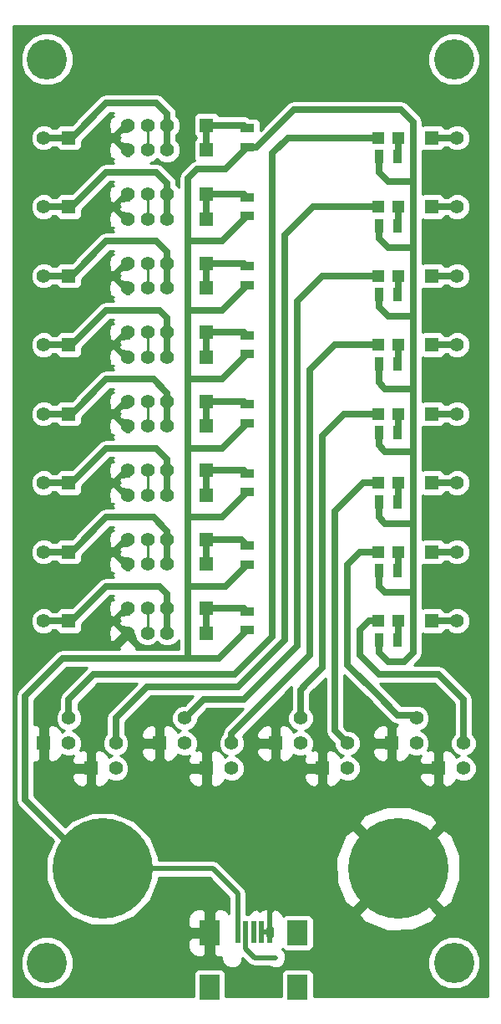
<source format=gtl>
G04 (created by PCBNEW (2013-mar-13)-testing) date vie 02 ago 2013 12:29:19 CEST*
%MOIN*%
G04 Gerber Fmt 3.4, Leading zero omitted, Abs format*
%FSLAX34Y34*%
G01*
G70*
G90*
G04 APERTURE LIST*
%ADD10C,0.005906*%
%ADD11R,0.055000X0.055000*%
%ADD12C,0.055000*%
%ADD13R,0.047200X0.047200*%
%ADD14C,0.400000*%
%ADD15R,0.035000X0.055000*%
%ADD16R,0.055000X0.035000*%
%ADD17C,0.160000*%
%ADD18R,0.019700X0.090600*%
%ADD19R,0.078700X0.098400*%
%ADD20C,0.020000*%
%ADD21C,0.025000*%
%ADD22C,0.010000*%
G04 APERTURE END LIST*
G54D10*
G54D11*
X37500Y-28000D03*
G54D12*
X35925Y-28000D03*
X35137Y-28000D03*
X34350Y-28000D03*
G54D11*
X37500Y-28984D03*
G54D12*
X35925Y-28984D03*
X35137Y-28984D03*
X34350Y-28984D03*
G54D13*
X45163Y-28500D03*
X44337Y-28500D03*
X45163Y-31250D03*
X44337Y-31250D03*
X45163Y-34000D03*
X44337Y-34000D03*
X45163Y-36750D03*
X44337Y-36750D03*
X45163Y-39500D03*
X44337Y-39500D03*
X45163Y-42250D03*
X44337Y-42250D03*
X45163Y-45000D03*
X44337Y-45000D03*
X45163Y-47750D03*
X44337Y-47750D03*
G54D14*
X45150Y-57625D03*
X33350Y-57625D03*
G54D11*
X46500Y-28500D03*
G54D12*
X47500Y-28500D03*
G54D11*
X46500Y-31250D03*
G54D12*
X47500Y-31250D03*
G54D11*
X46500Y-34000D03*
G54D12*
X47500Y-34000D03*
G54D11*
X46500Y-36750D03*
G54D12*
X47500Y-36750D03*
G54D11*
X46500Y-39500D03*
G54D12*
X47500Y-39500D03*
G54D11*
X46500Y-42250D03*
G54D12*
X47500Y-42250D03*
G54D11*
X46500Y-45000D03*
G54D12*
X47500Y-45000D03*
G54D11*
X46500Y-47750D03*
G54D12*
X47500Y-47750D03*
G54D11*
X32000Y-28500D03*
G54D12*
X31000Y-28500D03*
G54D11*
X32000Y-31250D03*
G54D12*
X31000Y-31250D03*
G54D11*
X32000Y-34000D03*
G54D12*
X31000Y-34000D03*
G54D11*
X32000Y-36750D03*
G54D12*
X31000Y-36750D03*
G54D11*
X32000Y-39500D03*
G54D12*
X31000Y-39500D03*
G54D11*
X32000Y-42250D03*
G54D12*
X31000Y-42250D03*
G54D11*
X32000Y-45000D03*
G54D12*
X31000Y-45000D03*
G54D11*
X32000Y-47750D03*
G54D12*
X31000Y-47750D03*
G54D15*
X44375Y-29250D03*
X45125Y-29250D03*
X44375Y-32000D03*
X45125Y-32000D03*
X44375Y-34750D03*
X45125Y-34750D03*
X44375Y-37500D03*
X45125Y-37500D03*
X44375Y-40250D03*
X45125Y-40250D03*
X44375Y-43000D03*
X45125Y-43000D03*
X44375Y-45750D03*
X45125Y-45750D03*
X44375Y-48500D03*
X45125Y-48500D03*
G54D16*
X39125Y-28875D03*
X39125Y-28125D03*
X39125Y-31625D03*
X39125Y-30875D03*
X39125Y-34375D03*
X39125Y-33625D03*
X39125Y-37125D03*
X39125Y-36375D03*
X39125Y-39875D03*
X39125Y-39125D03*
X39125Y-42625D03*
X39125Y-41875D03*
X39125Y-45500D03*
X39125Y-44750D03*
X39125Y-48125D03*
X39125Y-47375D03*
G54D11*
X37500Y-30750D03*
G54D12*
X35925Y-30750D03*
X35137Y-30750D03*
X34350Y-30750D03*
G54D11*
X37500Y-31734D03*
G54D12*
X35925Y-31734D03*
X35137Y-31734D03*
X34350Y-31734D03*
G54D11*
X37500Y-33500D03*
G54D12*
X35925Y-33500D03*
X35137Y-33500D03*
X34350Y-33500D03*
G54D11*
X37500Y-34484D03*
G54D12*
X35925Y-34484D03*
X35137Y-34484D03*
X34350Y-34484D03*
G54D11*
X37500Y-36250D03*
G54D12*
X35925Y-36250D03*
X35137Y-36250D03*
X34350Y-36250D03*
G54D11*
X37500Y-37234D03*
G54D12*
X35925Y-37234D03*
X35137Y-37234D03*
X34350Y-37234D03*
G54D11*
X37500Y-39000D03*
G54D12*
X35925Y-39000D03*
X35137Y-39000D03*
X34350Y-39000D03*
G54D11*
X37500Y-39984D03*
G54D12*
X35925Y-39984D03*
X35137Y-39984D03*
X34350Y-39984D03*
G54D11*
X37500Y-41750D03*
G54D12*
X35925Y-41750D03*
X35137Y-41750D03*
X34350Y-41750D03*
G54D11*
X37500Y-42734D03*
G54D12*
X35925Y-42734D03*
X35137Y-42734D03*
X34350Y-42734D03*
G54D11*
X37500Y-44500D03*
G54D12*
X35925Y-44500D03*
X35137Y-44500D03*
X34350Y-44500D03*
G54D11*
X37500Y-45484D03*
G54D12*
X35925Y-45484D03*
X35137Y-45484D03*
X34350Y-45484D03*
G54D11*
X37500Y-47250D03*
G54D12*
X35925Y-47250D03*
X35137Y-47250D03*
X34350Y-47250D03*
G54D11*
X37500Y-48234D03*
G54D12*
X35925Y-48234D03*
X35137Y-48234D03*
X34350Y-48234D03*
G54D17*
X31125Y-61375D03*
X47375Y-25375D03*
X31125Y-25375D03*
X47375Y-61375D03*
G54D18*
X38745Y-60142D03*
X39060Y-60142D03*
X39375Y-60142D03*
X39690Y-60142D03*
X40005Y-60142D03*
G54D19*
X37623Y-60181D03*
X37623Y-62346D03*
X41127Y-60181D03*
X41127Y-62346D03*
G54D11*
X31000Y-52625D03*
G54D12*
X32000Y-52625D03*
X32000Y-51625D03*
G54D11*
X32875Y-53625D03*
G54D12*
X33875Y-53625D03*
X33875Y-52625D03*
G54D11*
X35625Y-52625D03*
G54D12*
X36625Y-52625D03*
X36625Y-51625D03*
G54D11*
X37500Y-53625D03*
G54D12*
X38500Y-53625D03*
X38500Y-52625D03*
G54D11*
X40250Y-52625D03*
G54D12*
X41250Y-52625D03*
X41250Y-51625D03*
G54D11*
X42125Y-53625D03*
G54D12*
X43125Y-53625D03*
X43125Y-52625D03*
G54D11*
X44875Y-52625D03*
G54D12*
X45875Y-52625D03*
X45875Y-51625D03*
G54D11*
X46750Y-53625D03*
G54D12*
X47750Y-53625D03*
X47750Y-52625D03*
G54D20*
X38745Y-60142D02*
X38745Y-58620D01*
X37750Y-57625D02*
X33350Y-57625D01*
X38745Y-58620D02*
X37750Y-57625D01*
G54D21*
X44375Y-29250D02*
X44375Y-29875D01*
X44750Y-30250D02*
X45750Y-30250D01*
X44375Y-29875D02*
X44750Y-30250D01*
X44375Y-32000D02*
X44375Y-32500D01*
X44750Y-32875D02*
X45750Y-32875D01*
X44375Y-32500D02*
X44750Y-32875D01*
X44375Y-34750D02*
X44375Y-35250D01*
X44750Y-35625D02*
X45750Y-35625D01*
X44375Y-35250D02*
X44750Y-35625D01*
X44375Y-37500D02*
X44375Y-38250D01*
X44625Y-38500D02*
X45750Y-38500D01*
X44375Y-38250D02*
X44625Y-38500D01*
X45750Y-38500D02*
X45625Y-38500D01*
X45625Y-38500D02*
X45750Y-38500D01*
X44375Y-40250D02*
X44375Y-40750D01*
X44625Y-41000D02*
X45750Y-41000D01*
X44375Y-40750D02*
X44625Y-41000D01*
X44375Y-43000D02*
X44375Y-43625D01*
X44625Y-43875D02*
X45750Y-43875D01*
X44375Y-43625D02*
X44625Y-43875D01*
X44375Y-45750D02*
X44375Y-46375D01*
X44625Y-46625D02*
X45750Y-46625D01*
X44375Y-46375D02*
X44625Y-46625D01*
X45625Y-27750D02*
X45750Y-27875D01*
X44375Y-49000D02*
X44750Y-49375D01*
X44750Y-49375D02*
X45375Y-49375D01*
X45375Y-49375D02*
X45750Y-49000D01*
X45625Y-27750D02*
X45250Y-27375D01*
X45250Y-27375D02*
X41000Y-27375D01*
X41000Y-27375D02*
X39500Y-28875D01*
X39125Y-28875D02*
X39500Y-28875D01*
X44375Y-49000D02*
X44375Y-48500D01*
X45750Y-27875D02*
X45750Y-30250D01*
X45750Y-30250D02*
X45750Y-32875D01*
X45750Y-32875D02*
X45750Y-35625D01*
X45750Y-35625D02*
X45750Y-38500D01*
X45750Y-38500D02*
X45750Y-41000D01*
X45750Y-41000D02*
X45750Y-43875D01*
X45750Y-43875D02*
X45750Y-46625D01*
X45750Y-46625D02*
X45750Y-49000D01*
X36750Y-46375D02*
X38250Y-46375D01*
X38250Y-46375D02*
X39125Y-45500D01*
X36750Y-43625D02*
X38125Y-43625D01*
X38125Y-43625D02*
X39125Y-42625D01*
X36750Y-40875D02*
X38125Y-40875D01*
X38125Y-40875D02*
X39125Y-39875D01*
X36750Y-38125D02*
X38125Y-38125D01*
X38125Y-38125D02*
X39125Y-37125D01*
X36750Y-35375D02*
X38125Y-35375D01*
X38125Y-35375D02*
X39125Y-34375D01*
X36750Y-32625D02*
X38125Y-32625D01*
X38125Y-32625D02*
X39125Y-31625D01*
X36750Y-49250D02*
X36750Y-46375D01*
X36750Y-46375D02*
X36750Y-43625D01*
X36750Y-43625D02*
X36750Y-40875D01*
X36750Y-40875D02*
X36750Y-38125D01*
X36750Y-38125D02*
X36750Y-35375D01*
X36750Y-35375D02*
X36750Y-32625D01*
X36750Y-32625D02*
X36750Y-30125D01*
X38250Y-29750D02*
X39125Y-28875D01*
X37125Y-29750D02*
X38250Y-29750D01*
X36750Y-30125D02*
X37125Y-29750D01*
X33350Y-57625D02*
X33000Y-57625D01*
X38000Y-49250D02*
X39125Y-48125D01*
X31750Y-49250D02*
X36750Y-49250D01*
X36750Y-49250D02*
X38000Y-49250D01*
X30250Y-50750D02*
X31750Y-49250D01*
X30250Y-54875D02*
X30250Y-50750D01*
X33000Y-57625D02*
X30250Y-54875D01*
G54D20*
X39690Y-60142D02*
X40005Y-60142D01*
X40005Y-60142D02*
X40005Y-59130D01*
X40005Y-59130D02*
X40000Y-59125D01*
G54D21*
X37500Y-39000D02*
X39000Y-39000D01*
X39000Y-39000D02*
X39125Y-39125D01*
X37500Y-39000D02*
X37500Y-39984D01*
X37500Y-30750D02*
X39000Y-30750D01*
X39000Y-30750D02*
X39125Y-30875D01*
X37500Y-30750D02*
X37500Y-31734D01*
X32000Y-28500D02*
X32125Y-28500D01*
X35925Y-27550D02*
X35925Y-28000D01*
X35500Y-27125D02*
X35925Y-27550D01*
X33500Y-27125D02*
X35500Y-27125D01*
X32125Y-28500D02*
X33500Y-27125D01*
X35925Y-28984D02*
X35925Y-28000D01*
X31000Y-28500D02*
X32000Y-28500D01*
X37500Y-28000D02*
X39000Y-28000D01*
X39000Y-28000D02*
X39125Y-28125D01*
X37500Y-28000D02*
X37500Y-28984D01*
X47500Y-47750D02*
X46500Y-47750D01*
X46500Y-49875D02*
X46750Y-49875D01*
X46500Y-49875D02*
X44375Y-49875D01*
X44375Y-49875D02*
X43625Y-49125D01*
X43625Y-49125D02*
X43625Y-48125D01*
X43625Y-48125D02*
X44000Y-47750D01*
X44337Y-47750D02*
X44000Y-47750D01*
X47750Y-50875D02*
X47750Y-52625D01*
X46750Y-49875D02*
X47750Y-50875D01*
X45163Y-47750D02*
X45163Y-48462D01*
X45163Y-48462D02*
X45125Y-48500D01*
X32000Y-31250D02*
X32125Y-31250D01*
X35925Y-30300D02*
X35925Y-30750D01*
X35500Y-29875D02*
X35925Y-30300D01*
X33500Y-29875D02*
X35500Y-29875D01*
X32125Y-31250D02*
X33500Y-29875D01*
X35925Y-31734D02*
X35925Y-30750D01*
X31000Y-31250D02*
X32000Y-31250D01*
X37500Y-33500D02*
X39000Y-33500D01*
X39000Y-33500D02*
X39125Y-33625D01*
X37500Y-33500D02*
X37500Y-34484D01*
G54D22*
X35137Y-44500D02*
X35137Y-45484D01*
X35137Y-33500D02*
X35137Y-34484D01*
X35137Y-36250D02*
X35137Y-37234D01*
X35137Y-39000D02*
X35137Y-39984D01*
X35137Y-41750D02*
X35137Y-42734D01*
X35137Y-47250D02*
X35137Y-48234D01*
X35137Y-30750D02*
X35137Y-31734D01*
G54D21*
X37500Y-44500D02*
X38875Y-44500D01*
X38875Y-44500D02*
X39125Y-44750D01*
X37500Y-44500D02*
X37500Y-45484D01*
G54D20*
X39060Y-60142D02*
X39060Y-60810D01*
X39415Y-61165D02*
X40241Y-61165D01*
X39060Y-60810D02*
X39415Y-61165D01*
G54D21*
X37500Y-47250D02*
X39000Y-47250D01*
X39000Y-47250D02*
X39125Y-47375D01*
X37500Y-47250D02*
X37500Y-48234D01*
X32000Y-36750D02*
X32125Y-36750D01*
X35925Y-35675D02*
X35925Y-36250D01*
X35625Y-35375D02*
X35925Y-35675D01*
X33500Y-35375D02*
X35625Y-35375D01*
X32125Y-36750D02*
X33500Y-35375D01*
X35925Y-36250D02*
X35925Y-37234D01*
X31000Y-36750D02*
X32000Y-36750D01*
X32000Y-45000D02*
X32125Y-45000D01*
X35925Y-44175D02*
X35925Y-44500D01*
X35375Y-43625D02*
X35925Y-44175D01*
X33500Y-43625D02*
X35375Y-43625D01*
X32125Y-45000D02*
X33500Y-43625D01*
X35925Y-44500D02*
X35925Y-45484D01*
X31000Y-45000D02*
X32000Y-45000D01*
G54D22*
X35137Y-28984D02*
X35137Y-28000D01*
G54D21*
X32000Y-47750D02*
X32125Y-47750D01*
X35925Y-46675D02*
X35925Y-47250D01*
X35625Y-46375D02*
X35925Y-46675D01*
X33500Y-46375D02*
X35625Y-46375D01*
X32125Y-47750D02*
X33500Y-46375D01*
X35925Y-47250D02*
X35925Y-48234D01*
X31000Y-47750D02*
X32000Y-47750D01*
X47500Y-31250D02*
X46500Y-31250D01*
X36750Y-51625D02*
X36750Y-51500D01*
X42125Y-34000D02*
X44337Y-34000D01*
X41125Y-35000D02*
X42125Y-34000D01*
X41125Y-48750D02*
X41125Y-35000D01*
X39000Y-50875D02*
X41125Y-48750D01*
X37375Y-50875D02*
X39000Y-50875D01*
X36750Y-51500D02*
X37375Y-50875D01*
X45163Y-34000D02*
X45163Y-34712D01*
X45163Y-34712D02*
X45125Y-34750D01*
X46500Y-34000D02*
X47500Y-34000D01*
X33875Y-52625D02*
X33875Y-51625D01*
X41750Y-31250D02*
X44337Y-31250D01*
X40625Y-32375D02*
X41750Y-31250D01*
X40625Y-48500D02*
X40625Y-32375D01*
X38750Y-50375D02*
X40625Y-48500D01*
X35125Y-50375D02*
X38750Y-50375D01*
X33875Y-51625D02*
X35125Y-50375D01*
X45163Y-31250D02*
X45163Y-31962D01*
X45163Y-31962D02*
X45125Y-32000D01*
X38625Y-52125D02*
X38500Y-52250D01*
X38625Y-52125D02*
X41625Y-49125D01*
X41625Y-49125D02*
X41625Y-37750D01*
X41625Y-37750D02*
X42625Y-36750D01*
X44337Y-36750D02*
X42625Y-36750D01*
X38500Y-52250D02*
X38500Y-52625D01*
X45163Y-36750D02*
X45163Y-37462D01*
X45163Y-37462D02*
X45125Y-37500D01*
X47500Y-36750D02*
X46500Y-36750D01*
X44337Y-28500D02*
X40750Y-28500D01*
X32000Y-50875D02*
X33000Y-49875D01*
X33000Y-49875D02*
X38625Y-49875D01*
X38625Y-49875D02*
X40125Y-48375D01*
X40125Y-48375D02*
X40125Y-29125D01*
X40125Y-29125D02*
X40750Y-28500D01*
X32000Y-50875D02*
X32000Y-51625D01*
X45163Y-28500D02*
X45163Y-29212D01*
X45163Y-29212D02*
X45125Y-29250D01*
X46500Y-28500D02*
X47500Y-28500D01*
X37500Y-36250D02*
X39000Y-36250D01*
X39000Y-36250D02*
X39125Y-36375D01*
X37500Y-36250D02*
X37500Y-37234D01*
X44250Y-50625D02*
X45125Y-51500D01*
X44337Y-45000D02*
X43625Y-45000D01*
X43125Y-45500D02*
X43625Y-45000D01*
X43125Y-49500D02*
X43125Y-45500D01*
X44250Y-50625D02*
X43125Y-49500D01*
X45750Y-51500D02*
X45875Y-51625D01*
X45125Y-51500D02*
X45750Y-51500D01*
X45163Y-45000D02*
X45163Y-45712D01*
X45163Y-45712D02*
X45125Y-45750D01*
X46500Y-45000D02*
X47500Y-45000D01*
X46500Y-42250D02*
X47500Y-42250D01*
X42625Y-51125D02*
X42625Y-52125D01*
X42625Y-51125D02*
X42625Y-43375D01*
X42625Y-43375D02*
X43750Y-42250D01*
X44337Y-42250D02*
X43750Y-42250D01*
X42625Y-52125D02*
X43125Y-52625D01*
X45163Y-42250D02*
X45163Y-42962D01*
X45163Y-42962D02*
X45125Y-43000D01*
X46500Y-39500D02*
X47500Y-39500D01*
X41500Y-50250D02*
X41250Y-50500D01*
X41500Y-50250D02*
X42125Y-49625D01*
X42125Y-49625D02*
X42125Y-41250D01*
X42125Y-41250D02*
X42125Y-40375D01*
X42125Y-40375D02*
X43000Y-39500D01*
X44337Y-39500D02*
X43000Y-39500D01*
X41250Y-50500D02*
X41250Y-51625D01*
X45163Y-39500D02*
X45163Y-40212D01*
X45163Y-40212D02*
X45125Y-40250D01*
X32000Y-34000D02*
X32125Y-34000D01*
X35925Y-33050D02*
X35925Y-33500D01*
X35500Y-32625D02*
X35925Y-33050D01*
X33500Y-32625D02*
X35500Y-32625D01*
X32125Y-34000D02*
X33500Y-32625D01*
X35925Y-34484D02*
X35925Y-33500D01*
X31000Y-34000D02*
X32000Y-34000D01*
X37500Y-41750D02*
X39000Y-41750D01*
X39000Y-41750D02*
X39125Y-41875D01*
X37500Y-41750D02*
X37500Y-42734D01*
X32000Y-42250D02*
X32125Y-42250D01*
X35925Y-41300D02*
X35925Y-41750D01*
X35500Y-40875D02*
X35925Y-41300D01*
X33500Y-40875D02*
X35500Y-40875D01*
X32125Y-42250D02*
X33500Y-40875D01*
X35925Y-41750D02*
X35925Y-42734D01*
X31000Y-42250D02*
X32000Y-42250D01*
X35925Y-39000D02*
X35925Y-39984D01*
X32000Y-39500D02*
X32125Y-39500D01*
X35925Y-38675D02*
X35925Y-39000D01*
X35375Y-38125D02*
X35925Y-38675D01*
X33500Y-38125D02*
X35375Y-38125D01*
X32125Y-39500D02*
X33500Y-38125D01*
X31000Y-39500D02*
X32000Y-39500D01*
G54D10*
G36*
X40103Y-60304D02*
X40054Y-60304D01*
X39955Y-60304D01*
X39906Y-60304D01*
X39906Y-59979D01*
X39955Y-59979D01*
X40054Y-59979D01*
X40103Y-59979D01*
X40103Y-60304D01*
X40103Y-60304D01*
G37*
G54D22*
X40103Y-60304D02*
X40054Y-60304D01*
X39955Y-60304D01*
X39906Y-60304D01*
X39906Y-59979D01*
X39955Y-59979D01*
X40054Y-59979D01*
X40103Y-59979D01*
X40103Y-60304D01*
G54D10*
G36*
X48720Y-62720D02*
X48425Y-62720D01*
X48425Y-61167D01*
X48425Y-25167D01*
X48265Y-24780D01*
X47970Y-24485D01*
X47584Y-24325D01*
X47167Y-24324D01*
X46780Y-24484D01*
X46485Y-24779D01*
X46325Y-25165D01*
X46324Y-25582D01*
X46484Y-25969D01*
X46779Y-26264D01*
X47165Y-26424D01*
X47582Y-26425D01*
X47969Y-26265D01*
X48264Y-25970D01*
X48424Y-25584D01*
X48425Y-25167D01*
X48425Y-61167D01*
X48275Y-60803D01*
X48275Y-53521D01*
X48195Y-53328D01*
X48047Y-53180D01*
X47914Y-53124D01*
X48047Y-53070D01*
X48194Y-52922D01*
X48274Y-52729D01*
X48275Y-52521D01*
X48195Y-52328D01*
X48125Y-52257D01*
X48125Y-50875D01*
X48096Y-50731D01*
X48015Y-50609D01*
X48015Y-50609D01*
X47015Y-49609D01*
X46893Y-49528D01*
X46750Y-49500D01*
X46500Y-49500D01*
X45780Y-49500D01*
X46015Y-49265D01*
X46015Y-49265D01*
X46096Y-49143D01*
X46124Y-49000D01*
X46125Y-49000D01*
X46125Y-48254D01*
X46175Y-48275D01*
X46274Y-48275D01*
X46824Y-48275D01*
X46916Y-48236D01*
X46986Y-48166D01*
X47004Y-48125D01*
X47132Y-48125D01*
X47202Y-48194D01*
X47395Y-48274D01*
X47603Y-48275D01*
X47797Y-48195D01*
X47944Y-48047D01*
X48024Y-47854D01*
X48025Y-47646D01*
X47945Y-47453D01*
X47797Y-47305D01*
X47604Y-47225D01*
X47396Y-47224D01*
X47203Y-47304D01*
X47132Y-47375D01*
X47004Y-47375D01*
X46986Y-47333D01*
X46916Y-47263D01*
X46824Y-47225D01*
X46725Y-47225D01*
X46175Y-47225D01*
X46125Y-47245D01*
X46125Y-46625D01*
X46125Y-45504D01*
X46175Y-45525D01*
X46274Y-45525D01*
X46824Y-45525D01*
X46916Y-45486D01*
X46986Y-45416D01*
X47004Y-45375D01*
X47132Y-45375D01*
X47202Y-45444D01*
X47395Y-45524D01*
X47603Y-45525D01*
X47797Y-45445D01*
X47944Y-45297D01*
X48024Y-45104D01*
X48025Y-44896D01*
X47945Y-44703D01*
X47797Y-44555D01*
X47604Y-44475D01*
X47396Y-44474D01*
X47203Y-44554D01*
X47132Y-44625D01*
X47004Y-44625D01*
X46986Y-44583D01*
X46916Y-44513D01*
X46824Y-44475D01*
X46725Y-44475D01*
X46175Y-44475D01*
X46125Y-44495D01*
X46125Y-43875D01*
X46125Y-42754D01*
X46175Y-42775D01*
X46274Y-42775D01*
X46824Y-42775D01*
X46916Y-42736D01*
X46986Y-42666D01*
X47004Y-42625D01*
X47132Y-42625D01*
X47202Y-42694D01*
X47395Y-42774D01*
X47603Y-42775D01*
X47797Y-42695D01*
X47944Y-42547D01*
X48024Y-42354D01*
X48025Y-42146D01*
X47945Y-41953D01*
X47797Y-41805D01*
X47604Y-41725D01*
X47396Y-41724D01*
X47203Y-41804D01*
X47132Y-41875D01*
X47004Y-41875D01*
X46986Y-41833D01*
X46916Y-41763D01*
X46824Y-41725D01*
X46725Y-41725D01*
X46175Y-41725D01*
X46125Y-41745D01*
X46125Y-41000D01*
X46125Y-40004D01*
X46175Y-40025D01*
X46274Y-40025D01*
X46824Y-40025D01*
X46916Y-39986D01*
X46986Y-39916D01*
X47004Y-39875D01*
X47132Y-39875D01*
X47202Y-39944D01*
X47395Y-40024D01*
X47603Y-40025D01*
X47797Y-39945D01*
X47944Y-39797D01*
X48024Y-39604D01*
X48025Y-39396D01*
X47945Y-39203D01*
X47797Y-39055D01*
X47604Y-38975D01*
X47396Y-38974D01*
X47203Y-39054D01*
X47132Y-39125D01*
X47004Y-39125D01*
X46986Y-39083D01*
X46916Y-39013D01*
X46824Y-38975D01*
X46725Y-38975D01*
X46175Y-38975D01*
X46125Y-38995D01*
X46125Y-38500D01*
X46125Y-37254D01*
X46175Y-37275D01*
X46274Y-37275D01*
X46824Y-37275D01*
X46916Y-37236D01*
X46986Y-37166D01*
X47004Y-37125D01*
X47132Y-37125D01*
X47202Y-37194D01*
X47395Y-37274D01*
X47603Y-37275D01*
X47797Y-37195D01*
X47944Y-37047D01*
X48024Y-36854D01*
X48025Y-36646D01*
X47945Y-36453D01*
X47797Y-36305D01*
X47604Y-36225D01*
X47396Y-36224D01*
X47203Y-36304D01*
X47132Y-36375D01*
X47004Y-36375D01*
X46986Y-36333D01*
X46916Y-36263D01*
X46824Y-36225D01*
X46725Y-36225D01*
X46175Y-36225D01*
X46125Y-36245D01*
X46125Y-35625D01*
X46125Y-34504D01*
X46175Y-34525D01*
X46274Y-34525D01*
X46824Y-34525D01*
X46916Y-34486D01*
X46986Y-34416D01*
X47004Y-34375D01*
X47132Y-34375D01*
X47202Y-34444D01*
X47395Y-34524D01*
X47603Y-34525D01*
X47797Y-34445D01*
X47944Y-34297D01*
X48024Y-34104D01*
X48025Y-33896D01*
X47945Y-33703D01*
X47797Y-33555D01*
X47604Y-33475D01*
X47396Y-33474D01*
X47203Y-33554D01*
X47132Y-33625D01*
X47004Y-33625D01*
X46986Y-33583D01*
X46916Y-33513D01*
X46824Y-33475D01*
X46725Y-33475D01*
X46175Y-33475D01*
X46125Y-33495D01*
X46125Y-32875D01*
X46125Y-31754D01*
X46175Y-31775D01*
X46274Y-31775D01*
X46824Y-31775D01*
X46916Y-31736D01*
X46986Y-31666D01*
X47004Y-31625D01*
X47132Y-31625D01*
X47202Y-31694D01*
X47395Y-31774D01*
X47603Y-31775D01*
X47797Y-31695D01*
X47944Y-31547D01*
X48024Y-31354D01*
X48025Y-31146D01*
X47945Y-30953D01*
X47797Y-30805D01*
X47604Y-30725D01*
X47396Y-30724D01*
X47203Y-30804D01*
X47132Y-30875D01*
X47004Y-30875D01*
X46986Y-30833D01*
X46916Y-30763D01*
X46824Y-30725D01*
X46725Y-30725D01*
X46175Y-30725D01*
X46125Y-30745D01*
X46125Y-30250D01*
X46125Y-29004D01*
X46175Y-29025D01*
X46274Y-29025D01*
X46824Y-29025D01*
X46916Y-28986D01*
X46986Y-28916D01*
X47004Y-28875D01*
X47132Y-28875D01*
X47202Y-28944D01*
X47395Y-29024D01*
X47603Y-29025D01*
X47797Y-28945D01*
X47944Y-28797D01*
X48024Y-28604D01*
X48025Y-28396D01*
X47945Y-28203D01*
X47797Y-28055D01*
X47604Y-27975D01*
X47396Y-27974D01*
X47203Y-28054D01*
X47132Y-28125D01*
X47004Y-28125D01*
X46986Y-28083D01*
X46916Y-28013D01*
X46824Y-27975D01*
X46725Y-27975D01*
X46175Y-27975D01*
X46125Y-27995D01*
X46125Y-27875D01*
X46096Y-27731D01*
X46015Y-27609D01*
X45890Y-27484D01*
X45890Y-27484D01*
X45890Y-27484D01*
X45515Y-27109D01*
X45393Y-27028D01*
X45250Y-27000D01*
X41000Y-27000D01*
X40856Y-27028D01*
X40734Y-27109D01*
X39650Y-28194D01*
X39650Y-27900D01*
X39611Y-27808D01*
X39541Y-27738D01*
X39449Y-27700D01*
X39350Y-27700D01*
X39213Y-27700D01*
X39143Y-27653D01*
X39000Y-27625D01*
X38004Y-27625D01*
X37986Y-27583D01*
X37916Y-27513D01*
X37824Y-27475D01*
X37725Y-27475D01*
X37175Y-27475D01*
X37083Y-27513D01*
X37013Y-27583D01*
X36975Y-27675D01*
X36975Y-27774D01*
X36975Y-28324D01*
X37013Y-28416D01*
X37083Y-28486D01*
X37095Y-28492D01*
X37083Y-28497D01*
X37013Y-28567D01*
X36975Y-28659D01*
X36975Y-28758D01*
X36975Y-29308D01*
X37011Y-29397D01*
X36981Y-29403D01*
X36859Y-29484D01*
X36484Y-29859D01*
X36403Y-29981D01*
X36375Y-30125D01*
X36375Y-30463D01*
X36370Y-30453D01*
X36300Y-30382D01*
X36300Y-30300D01*
X36271Y-30156D01*
X36190Y-30035D01*
X35765Y-29609D01*
X35643Y-29528D01*
X35500Y-29500D01*
X35264Y-29500D01*
X35434Y-29429D01*
X35531Y-29333D01*
X35627Y-29429D01*
X35820Y-29509D01*
X36029Y-29509D01*
X36222Y-29429D01*
X36370Y-29282D01*
X36450Y-29089D01*
X36450Y-28880D01*
X36370Y-28687D01*
X36300Y-28616D01*
X36300Y-28367D01*
X36370Y-28297D01*
X36450Y-28104D01*
X36450Y-27896D01*
X36370Y-27703D01*
X36300Y-27632D01*
X36300Y-27550D01*
X36271Y-27406D01*
X36190Y-27285D01*
X35765Y-26859D01*
X35643Y-26778D01*
X35500Y-26750D01*
X33500Y-26750D01*
X33356Y-26778D01*
X33234Y-26859D01*
X32175Y-27919D01*
X32175Y-25167D01*
X32015Y-24780D01*
X31720Y-24485D01*
X31334Y-24325D01*
X30917Y-24324D01*
X30530Y-24484D01*
X30235Y-24779D01*
X30075Y-25165D01*
X30074Y-25582D01*
X30234Y-25969D01*
X30529Y-26264D01*
X30915Y-26424D01*
X31332Y-26425D01*
X31719Y-26265D01*
X32014Y-25970D01*
X32174Y-25584D01*
X32175Y-25167D01*
X32175Y-27919D01*
X32119Y-27975D01*
X31675Y-27975D01*
X31583Y-28013D01*
X31513Y-28083D01*
X31495Y-28125D01*
X31367Y-28125D01*
X31297Y-28055D01*
X31104Y-27975D01*
X30896Y-27974D01*
X30703Y-28054D01*
X30555Y-28202D01*
X30475Y-28395D01*
X30474Y-28603D01*
X30554Y-28797D01*
X30702Y-28944D01*
X30895Y-29024D01*
X31103Y-29025D01*
X31297Y-28945D01*
X31367Y-28875D01*
X31495Y-28875D01*
X31513Y-28916D01*
X31583Y-28986D01*
X31675Y-29025D01*
X31774Y-29025D01*
X32324Y-29025D01*
X32416Y-28986D01*
X32486Y-28916D01*
X32525Y-28824D01*
X32525Y-28725D01*
X32525Y-28630D01*
X33655Y-27500D01*
X33770Y-27500D01*
X33695Y-27574D01*
X33775Y-27654D01*
X33660Y-27668D01*
X33586Y-27958D01*
X33628Y-28253D01*
X33660Y-28331D01*
X33806Y-28349D01*
X34155Y-28000D01*
X34132Y-27976D01*
X34327Y-27782D01*
X34350Y-27805D01*
X34373Y-27782D01*
X34568Y-27976D01*
X34544Y-28000D01*
X34568Y-28023D01*
X34373Y-28217D01*
X34350Y-28194D01*
X34313Y-28231D01*
X34155Y-28254D01*
X34096Y-28262D01*
X34019Y-28294D01*
X34001Y-28440D01*
X34052Y-28492D01*
X34001Y-28543D01*
X34019Y-28689D01*
X34308Y-28763D01*
X34322Y-28761D01*
X34350Y-28789D01*
X34373Y-28766D01*
X34568Y-28960D01*
X34544Y-28984D01*
X34568Y-29007D01*
X34373Y-29202D01*
X34350Y-29178D01*
X34327Y-29202D01*
X34155Y-29030D01*
X34132Y-29007D01*
X34155Y-28984D01*
X33806Y-28635D01*
X33660Y-28653D01*
X33586Y-28942D01*
X33628Y-29237D01*
X33660Y-29315D01*
X33775Y-29329D01*
X33695Y-29409D01*
X33785Y-29500D01*
X33500Y-29500D01*
X33356Y-29528D01*
X33234Y-29609D01*
X32119Y-30725D01*
X31675Y-30725D01*
X31583Y-30763D01*
X31513Y-30833D01*
X31495Y-30875D01*
X31367Y-30875D01*
X31297Y-30805D01*
X31104Y-30725D01*
X30896Y-30724D01*
X30703Y-30804D01*
X30555Y-30952D01*
X30475Y-31145D01*
X30474Y-31353D01*
X30554Y-31547D01*
X30702Y-31694D01*
X30895Y-31774D01*
X31103Y-31775D01*
X31297Y-31695D01*
X31367Y-31625D01*
X31495Y-31625D01*
X31513Y-31666D01*
X31583Y-31736D01*
X31675Y-31775D01*
X31774Y-31775D01*
X32324Y-31775D01*
X32416Y-31736D01*
X32486Y-31666D01*
X32525Y-31574D01*
X32525Y-31475D01*
X32525Y-31380D01*
X33655Y-30250D01*
X33770Y-30250D01*
X33695Y-30324D01*
X33775Y-30404D01*
X33660Y-30418D01*
X33586Y-30708D01*
X33628Y-31003D01*
X33660Y-31081D01*
X33806Y-31099D01*
X34155Y-30750D01*
X34132Y-30726D01*
X34327Y-30532D01*
X34350Y-30555D01*
X34373Y-30532D01*
X34568Y-30726D01*
X34544Y-30750D01*
X34568Y-30773D01*
X34373Y-30967D01*
X34350Y-30944D01*
X34313Y-30981D01*
X34155Y-31004D01*
X34096Y-31012D01*
X34019Y-31044D01*
X34001Y-31190D01*
X34052Y-31242D01*
X34001Y-31293D01*
X34019Y-31439D01*
X34308Y-31513D01*
X34322Y-31511D01*
X34350Y-31539D01*
X34373Y-31516D01*
X34568Y-31710D01*
X34544Y-31734D01*
X34568Y-31757D01*
X34373Y-31952D01*
X34350Y-31928D01*
X34327Y-31952D01*
X34155Y-31780D01*
X34132Y-31757D01*
X34155Y-31734D01*
X33806Y-31385D01*
X33660Y-31403D01*
X33586Y-31692D01*
X33628Y-31987D01*
X33660Y-32065D01*
X33775Y-32079D01*
X33695Y-32159D01*
X33785Y-32250D01*
X33500Y-32250D01*
X33356Y-32278D01*
X33234Y-32359D01*
X32119Y-33475D01*
X31675Y-33475D01*
X31583Y-33513D01*
X31513Y-33583D01*
X31495Y-33625D01*
X31367Y-33625D01*
X31297Y-33555D01*
X31104Y-33475D01*
X30896Y-33474D01*
X30703Y-33554D01*
X30555Y-33702D01*
X30475Y-33895D01*
X30474Y-34103D01*
X30554Y-34297D01*
X30702Y-34444D01*
X30895Y-34524D01*
X31103Y-34525D01*
X31297Y-34445D01*
X31367Y-34375D01*
X31495Y-34375D01*
X31513Y-34416D01*
X31583Y-34486D01*
X31675Y-34525D01*
X31774Y-34525D01*
X32324Y-34525D01*
X32416Y-34486D01*
X32486Y-34416D01*
X32525Y-34324D01*
X32525Y-34225D01*
X32525Y-34130D01*
X33655Y-33000D01*
X33770Y-33000D01*
X33695Y-33074D01*
X33775Y-33154D01*
X33660Y-33168D01*
X33586Y-33458D01*
X33628Y-33753D01*
X33660Y-33831D01*
X33806Y-33849D01*
X34155Y-33500D01*
X34132Y-33476D01*
X34327Y-33282D01*
X34350Y-33305D01*
X34373Y-33282D01*
X34568Y-33476D01*
X34544Y-33500D01*
X34568Y-33523D01*
X34373Y-33717D01*
X34350Y-33694D01*
X34313Y-33731D01*
X34155Y-33754D01*
X34096Y-33762D01*
X34019Y-33794D01*
X34001Y-33940D01*
X34052Y-33992D01*
X34001Y-34043D01*
X34019Y-34189D01*
X34308Y-34263D01*
X34322Y-34261D01*
X34350Y-34289D01*
X34373Y-34266D01*
X34568Y-34460D01*
X34544Y-34484D01*
X34568Y-34507D01*
X34373Y-34702D01*
X34350Y-34678D01*
X34327Y-34702D01*
X34155Y-34530D01*
X34132Y-34507D01*
X34155Y-34484D01*
X33806Y-34135D01*
X33660Y-34153D01*
X33586Y-34442D01*
X33628Y-34737D01*
X33660Y-34815D01*
X33775Y-34829D01*
X33695Y-34909D01*
X33785Y-35000D01*
X33500Y-35000D01*
X33356Y-35028D01*
X33234Y-35109D01*
X32119Y-36225D01*
X31675Y-36225D01*
X31583Y-36263D01*
X31513Y-36333D01*
X31495Y-36375D01*
X31367Y-36375D01*
X31297Y-36305D01*
X31104Y-36225D01*
X30896Y-36224D01*
X30703Y-36304D01*
X30555Y-36452D01*
X30475Y-36645D01*
X30474Y-36853D01*
X30554Y-37047D01*
X30702Y-37194D01*
X30895Y-37274D01*
X31103Y-37275D01*
X31297Y-37195D01*
X31367Y-37125D01*
X31495Y-37125D01*
X31513Y-37166D01*
X31583Y-37236D01*
X31675Y-37275D01*
X31774Y-37275D01*
X32324Y-37275D01*
X32416Y-37236D01*
X32486Y-37166D01*
X32525Y-37074D01*
X32525Y-36975D01*
X32525Y-36880D01*
X33655Y-35750D01*
X33770Y-35750D01*
X33695Y-35824D01*
X33775Y-35904D01*
X33660Y-35918D01*
X33586Y-36208D01*
X33628Y-36503D01*
X33660Y-36581D01*
X33806Y-36599D01*
X34155Y-36250D01*
X34132Y-36226D01*
X34327Y-36032D01*
X34350Y-36055D01*
X34373Y-36032D01*
X34568Y-36226D01*
X34544Y-36250D01*
X34568Y-36273D01*
X34373Y-36467D01*
X34350Y-36444D01*
X34313Y-36481D01*
X34155Y-36504D01*
X34096Y-36512D01*
X34019Y-36544D01*
X34001Y-36690D01*
X34052Y-36742D01*
X34001Y-36793D01*
X34019Y-36939D01*
X34308Y-37013D01*
X34322Y-37011D01*
X34350Y-37039D01*
X34373Y-37016D01*
X34568Y-37210D01*
X34544Y-37234D01*
X34568Y-37257D01*
X34373Y-37452D01*
X34350Y-37428D01*
X34327Y-37452D01*
X34155Y-37280D01*
X34132Y-37257D01*
X34155Y-37234D01*
X33806Y-36885D01*
X33660Y-36903D01*
X33586Y-37192D01*
X33628Y-37487D01*
X33660Y-37565D01*
X33775Y-37579D01*
X33695Y-37659D01*
X33785Y-37750D01*
X33500Y-37750D01*
X33356Y-37778D01*
X33234Y-37859D01*
X32119Y-38975D01*
X31675Y-38975D01*
X31583Y-39013D01*
X31513Y-39083D01*
X31495Y-39125D01*
X31367Y-39125D01*
X31297Y-39055D01*
X31104Y-38975D01*
X30896Y-38974D01*
X30703Y-39054D01*
X30555Y-39202D01*
X30475Y-39395D01*
X30474Y-39603D01*
X30554Y-39797D01*
X30702Y-39944D01*
X30895Y-40024D01*
X31103Y-40025D01*
X31297Y-39945D01*
X31367Y-39875D01*
X31495Y-39875D01*
X31513Y-39916D01*
X31583Y-39986D01*
X31675Y-40025D01*
X31774Y-40025D01*
X32324Y-40025D01*
X32416Y-39986D01*
X32486Y-39916D01*
X32525Y-39824D01*
X32525Y-39725D01*
X32525Y-39630D01*
X33655Y-38500D01*
X33770Y-38500D01*
X33695Y-38574D01*
X33775Y-38654D01*
X33660Y-38668D01*
X33586Y-38958D01*
X33628Y-39253D01*
X33660Y-39331D01*
X33806Y-39349D01*
X34155Y-39000D01*
X34132Y-38976D01*
X34327Y-38782D01*
X34350Y-38805D01*
X34373Y-38782D01*
X34568Y-38976D01*
X34544Y-39000D01*
X34568Y-39023D01*
X34373Y-39217D01*
X34350Y-39194D01*
X34313Y-39231D01*
X34155Y-39254D01*
X34096Y-39262D01*
X34019Y-39294D01*
X34001Y-39440D01*
X34052Y-39492D01*
X34001Y-39543D01*
X34019Y-39689D01*
X34308Y-39763D01*
X34322Y-39761D01*
X34350Y-39789D01*
X34373Y-39766D01*
X34568Y-39960D01*
X34544Y-39984D01*
X34568Y-40007D01*
X34373Y-40202D01*
X34350Y-40178D01*
X34327Y-40202D01*
X34155Y-40030D01*
X34132Y-40007D01*
X34155Y-39984D01*
X33806Y-39635D01*
X33660Y-39653D01*
X33586Y-39942D01*
X33628Y-40237D01*
X33660Y-40315D01*
X33775Y-40329D01*
X33695Y-40409D01*
X33785Y-40500D01*
X33500Y-40500D01*
X33356Y-40528D01*
X33234Y-40609D01*
X32119Y-41725D01*
X31675Y-41725D01*
X31583Y-41763D01*
X31513Y-41833D01*
X31495Y-41875D01*
X31367Y-41875D01*
X31297Y-41805D01*
X31104Y-41725D01*
X30896Y-41724D01*
X30703Y-41804D01*
X30555Y-41952D01*
X30475Y-42145D01*
X30474Y-42353D01*
X30554Y-42547D01*
X30702Y-42694D01*
X30895Y-42774D01*
X31103Y-42775D01*
X31297Y-42695D01*
X31367Y-42625D01*
X31495Y-42625D01*
X31513Y-42666D01*
X31583Y-42736D01*
X31675Y-42775D01*
X31774Y-42775D01*
X32324Y-42775D01*
X32416Y-42736D01*
X32486Y-42666D01*
X32525Y-42574D01*
X32525Y-42475D01*
X32525Y-42380D01*
X33655Y-41250D01*
X33770Y-41250D01*
X33695Y-41324D01*
X33775Y-41404D01*
X33660Y-41418D01*
X33586Y-41708D01*
X33628Y-42003D01*
X33660Y-42081D01*
X33806Y-42099D01*
X34155Y-41750D01*
X34132Y-41726D01*
X34327Y-41532D01*
X34350Y-41555D01*
X34373Y-41532D01*
X34568Y-41726D01*
X34544Y-41750D01*
X34568Y-41773D01*
X34373Y-41967D01*
X34350Y-41944D01*
X34313Y-41981D01*
X34155Y-42004D01*
X34096Y-42012D01*
X34019Y-42044D01*
X34001Y-42190D01*
X34052Y-42242D01*
X34001Y-42293D01*
X34019Y-42439D01*
X34308Y-42513D01*
X34322Y-42511D01*
X34350Y-42539D01*
X34373Y-42516D01*
X34568Y-42710D01*
X34544Y-42734D01*
X34568Y-42757D01*
X34373Y-42952D01*
X34350Y-42928D01*
X34327Y-42952D01*
X34155Y-42780D01*
X34132Y-42757D01*
X34155Y-42734D01*
X33806Y-42385D01*
X33660Y-42403D01*
X33586Y-42692D01*
X33628Y-42987D01*
X33660Y-43065D01*
X33775Y-43079D01*
X33695Y-43159D01*
X33785Y-43250D01*
X33500Y-43250D01*
X33356Y-43278D01*
X33234Y-43359D01*
X32119Y-44475D01*
X31675Y-44475D01*
X31583Y-44513D01*
X31513Y-44583D01*
X31495Y-44625D01*
X31367Y-44625D01*
X31297Y-44555D01*
X31104Y-44475D01*
X30896Y-44474D01*
X30703Y-44554D01*
X30555Y-44702D01*
X30475Y-44895D01*
X30474Y-45103D01*
X30554Y-45297D01*
X30702Y-45444D01*
X30895Y-45524D01*
X31103Y-45525D01*
X31297Y-45445D01*
X31367Y-45375D01*
X31495Y-45375D01*
X31513Y-45416D01*
X31583Y-45486D01*
X31675Y-45525D01*
X31774Y-45525D01*
X32324Y-45525D01*
X32416Y-45486D01*
X32486Y-45416D01*
X32525Y-45324D01*
X32525Y-45225D01*
X32525Y-45130D01*
X33655Y-44000D01*
X33770Y-44000D01*
X33695Y-44074D01*
X33775Y-44154D01*
X33660Y-44168D01*
X33586Y-44458D01*
X33628Y-44753D01*
X33660Y-44831D01*
X33806Y-44849D01*
X34155Y-44500D01*
X34132Y-44476D01*
X34327Y-44282D01*
X34350Y-44305D01*
X34373Y-44282D01*
X34568Y-44476D01*
X34544Y-44500D01*
X34568Y-44523D01*
X34373Y-44717D01*
X34350Y-44694D01*
X34313Y-44731D01*
X34155Y-44754D01*
X34096Y-44762D01*
X34019Y-44794D01*
X34001Y-44940D01*
X34052Y-44992D01*
X34001Y-45043D01*
X34019Y-45189D01*
X34308Y-45263D01*
X34322Y-45261D01*
X34350Y-45289D01*
X34373Y-45266D01*
X34568Y-45460D01*
X34544Y-45484D01*
X34568Y-45507D01*
X34373Y-45702D01*
X34350Y-45678D01*
X34327Y-45702D01*
X34155Y-45530D01*
X34132Y-45507D01*
X34155Y-45484D01*
X33806Y-45135D01*
X33660Y-45153D01*
X33586Y-45442D01*
X33628Y-45737D01*
X33660Y-45815D01*
X33775Y-45829D01*
X33695Y-45909D01*
X33785Y-46000D01*
X33500Y-46000D01*
X33356Y-46028D01*
X33234Y-46109D01*
X32119Y-47225D01*
X31675Y-47225D01*
X31583Y-47263D01*
X31513Y-47333D01*
X31495Y-47375D01*
X31367Y-47375D01*
X31297Y-47305D01*
X31104Y-47225D01*
X30896Y-47224D01*
X30703Y-47304D01*
X30555Y-47452D01*
X30475Y-47645D01*
X30474Y-47853D01*
X30554Y-48047D01*
X30702Y-48194D01*
X30895Y-48274D01*
X31103Y-48275D01*
X31297Y-48195D01*
X31367Y-48125D01*
X31495Y-48125D01*
X31513Y-48166D01*
X31583Y-48236D01*
X31675Y-48275D01*
X31774Y-48275D01*
X32324Y-48275D01*
X32416Y-48236D01*
X32486Y-48166D01*
X32525Y-48074D01*
X32525Y-47975D01*
X32525Y-47880D01*
X33655Y-46750D01*
X33770Y-46750D01*
X33695Y-46824D01*
X33775Y-46904D01*
X33660Y-46918D01*
X33586Y-47208D01*
X33628Y-47503D01*
X33660Y-47581D01*
X33806Y-47599D01*
X34155Y-47250D01*
X34132Y-47226D01*
X34327Y-47032D01*
X34350Y-47055D01*
X34373Y-47032D01*
X34568Y-47226D01*
X34544Y-47250D01*
X34568Y-47273D01*
X34373Y-47467D01*
X34350Y-47444D01*
X34313Y-47481D01*
X34155Y-47504D01*
X34096Y-47512D01*
X34019Y-47544D01*
X34001Y-47690D01*
X34052Y-47742D01*
X34001Y-47793D01*
X34019Y-47939D01*
X34308Y-48013D01*
X34322Y-48011D01*
X34350Y-48039D01*
X34373Y-48016D01*
X34568Y-48210D01*
X34544Y-48234D01*
X34612Y-48302D01*
X34612Y-48338D01*
X34692Y-48531D01*
X34840Y-48679D01*
X35032Y-48759D01*
X35241Y-48759D01*
X35434Y-48679D01*
X35531Y-48583D01*
X35627Y-48679D01*
X35820Y-48759D01*
X36029Y-48759D01*
X36222Y-48679D01*
X36370Y-48532D01*
X36375Y-48520D01*
X36375Y-48875D01*
X34687Y-48875D01*
X34699Y-48777D01*
X34350Y-48428D01*
X34155Y-48623D01*
X34155Y-48234D01*
X33806Y-47885D01*
X33660Y-47903D01*
X33586Y-48192D01*
X33628Y-48487D01*
X33660Y-48565D01*
X33806Y-48583D01*
X34155Y-48234D01*
X34155Y-48623D01*
X34001Y-48777D01*
X34013Y-48875D01*
X31750Y-48875D01*
X31606Y-48903D01*
X31484Y-48984D01*
X29984Y-50484D01*
X29903Y-50606D01*
X29875Y-50750D01*
X29875Y-54875D01*
X29903Y-55018D01*
X29984Y-55140D01*
X31370Y-56525D01*
X31100Y-57175D01*
X31099Y-58070D01*
X31441Y-58897D01*
X32073Y-59531D01*
X32900Y-59874D01*
X33795Y-59875D01*
X34622Y-59533D01*
X35256Y-58901D01*
X35599Y-58074D01*
X35599Y-57975D01*
X37605Y-57975D01*
X38395Y-58764D01*
X38395Y-59395D01*
X38285Y-59286D01*
X38111Y-59213D01*
X37921Y-59213D01*
X37904Y-59213D01*
X37785Y-59332D01*
X37785Y-60018D01*
X37793Y-60018D01*
X37793Y-60343D01*
X37785Y-60343D01*
X37785Y-61029D01*
X37904Y-61148D01*
X37921Y-61148D01*
X38082Y-61148D01*
X38081Y-61249D01*
X38146Y-61406D01*
X38266Y-61526D01*
X38423Y-61591D01*
X38593Y-61592D01*
X38750Y-61527D01*
X38870Y-61407D01*
X38935Y-61250D01*
X38935Y-61180D01*
X39167Y-61412D01*
X39281Y-61488D01*
X39415Y-61515D01*
X39987Y-61515D01*
X39998Y-61526D01*
X40155Y-61591D01*
X40325Y-61592D01*
X40482Y-61527D01*
X40602Y-61407D01*
X40667Y-61250D01*
X40668Y-61080D01*
X40603Y-60923D01*
X40517Y-60837D01*
X40525Y-60818D01*
X40591Y-60884D01*
X40683Y-60923D01*
X40783Y-60923D01*
X41570Y-60923D01*
X41662Y-60884D01*
X41732Y-60814D01*
X41770Y-60722D01*
X41770Y-60623D01*
X41770Y-59639D01*
X41732Y-59547D01*
X41662Y-59477D01*
X41570Y-59439D01*
X41470Y-59439D01*
X40683Y-59439D01*
X40591Y-59477D01*
X40548Y-59520D01*
X40506Y-59419D01*
X40372Y-59286D01*
X40198Y-59213D01*
X40173Y-59213D01*
X40112Y-59274D01*
X40112Y-53256D01*
X40112Y-52762D01*
X40112Y-52487D01*
X40112Y-51993D01*
X39993Y-51874D01*
X39880Y-51874D01*
X39705Y-51947D01*
X39572Y-52080D01*
X39499Y-52255D01*
X39499Y-52368D01*
X39618Y-52487D01*
X40112Y-52487D01*
X40112Y-52762D01*
X39618Y-52762D01*
X39499Y-52881D01*
X39499Y-52994D01*
X39572Y-53169D01*
X39705Y-53302D01*
X39880Y-53375D01*
X39993Y-53375D01*
X40112Y-53256D01*
X40112Y-59274D01*
X40079Y-59307D01*
X40057Y-59286D01*
X39883Y-59213D01*
X39858Y-59213D01*
X39847Y-59224D01*
X39836Y-59213D01*
X39811Y-59213D01*
X39637Y-59286D01*
X39615Y-59307D01*
X39521Y-59213D01*
X39496Y-59213D01*
X39322Y-59286D01*
X39188Y-59419D01*
X39180Y-59439D01*
X39108Y-59439D01*
X39095Y-59439D01*
X39095Y-58620D01*
X39068Y-58486D01*
X39068Y-58486D01*
X38992Y-58372D01*
X37997Y-57377D01*
X37883Y-57301D01*
X37750Y-57275D01*
X37362Y-57275D01*
X37362Y-54256D01*
X37362Y-53762D01*
X36868Y-53762D01*
X36749Y-53881D01*
X36749Y-53994D01*
X36822Y-54169D01*
X36955Y-54302D01*
X37130Y-54375D01*
X37243Y-54375D01*
X37362Y-54256D01*
X37362Y-57275D01*
X35600Y-57275D01*
X35600Y-57179D01*
X35487Y-56906D01*
X35487Y-53256D01*
X35487Y-52762D01*
X35487Y-52487D01*
X35487Y-51993D01*
X35368Y-51874D01*
X35255Y-51874D01*
X35080Y-51947D01*
X34947Y-52080D01*
X34874Y-52255D01*
X34874Y-52368D01*
X34993Y-52487D01*
X35487Y-52487D01*
X35487Y-52762D01*
X34993Y-52762D01*
X34874Y-52881D01*
X34874Y-52994D01*
X34947Y-53169D01*
X35080Y-53302D01*
X35255Y-53375D01*
X35368Y-53375D01*
X35487Y-53256D01*
X35487Y-56906D01*
X35258Y-56352D01*
X34626Y-55718D01*
X33799Y-55375D01*
X32904Y-55374D01*
X32737Y-55443D01*
X32737Y-54256D01*
X32737Y-53762D01*
X32243Y-53762D01*
X32124Y-53881D01*
X32124Y-53994D01*
X32197Y-54169D01*
X32330Y-54302D01*
X32505Y-54375D01*
X32618Y-54375D01*
X32737Y-54256D01*
X32737Y-55443D01*
X32077Y-55716D01*
X31849Y-55943D01*
X30625Y-54719D01*
X30625Y-53372D01*
X30630Y-53375D01*
X30743Y-53375D01*
X30862Y-53256D01*
X30862Y-52762D01*
X30829Y-52762D01*
X30829Y-52487D01*
X30862Y-52487D01*
X30862Y-51993D01*
X30743Y-51874D01*
X30630Y-51874D01*
X30625Y-51877D01*
X30625Y-50905D01*
X31905Y-49625D01*
X32719Y-49625D01*
X31734Y-50609D01*
X31653Y-50731D01*
X31625Y-50875D01*
X31625Y-51257D01*
X31555Y-51327D01*
X31475Y-51520D01*
X31474Y-51728D01*
X31554Y-51922D01*
X31702Y-52069D01*
X31835Y-52125D01*
X31716Y-52174D01*
X31677Y-52080D01*
X31544Y-51947D01*
X31369Y-51874D01*
X31256Y-51874D01*
X31137Y-51993D01*
X31137Y-52487D01*
X31170Y-52487D01*
X31170Y-52762D01*
X31137Y-52762D01*
X31137Y-53256D01*
X31256Y-53375D01*
X31369Y-53375D01*
X31544Y-53302D01*
X31677Y-53169D01*
X31716Y-53075D01*
X31895Y-53149D01*
X32103Y-53150D01*
X32181Y-53117D01*
X32124Y-53255D01*
X32124Y-53368D01*
X32243Y-53487D01*
X32737Y-53487D01*
X32737Y-52993D01*
X32618Y-52874D01*
X32505Y-52874D01*
X32456Y-52895D01*
X32524Y-52729D01*
X32525Y-52521D01*
X32445Y-52328D01*
X32297Y-52180D01*
X32164Y-52124D01*
X32297Y-52070D01*
X32444Y-51922D01*
X32524Y-51729D01*
X32525Y-51521D01*
X32445Y-51328D01*
X32375Y-51257D01*
X32375Y-51030D01*
X33155Y-50250D01*
X34719Y-50250D01*
X33609Y-51359D01*
X33528Y-51481D01*
X33500Y-51625D01*
X33500Y-52257D01*
X33430Y-52327D01*
X33350Y-52520D01*
X33349Y-52728D01*
X33429Y-52922D01*
X33577Y-53069D01*
X33710Y-53125D01*
X33591Y-53174D01*
X33552Y-53080D01*
X33419Y-52947D01*
X33244Y-52874D01*
X33131Y-52874D01*
X33012Y-52993D01*
X33012Y-53487D01*
X33045Y-53487D01*
X33045Y-53762D01*
X33012Y-53762D01*
X33012Y-54256D01*
X33131Y-54375D01*
X33244Y-54375D01*
X33419Y-54302D01*
X33552Y-54169D01*
X33591Y-54075D01*
X33770Y-54149D01*
X33978Y-54150D01*
X34172Y-54070D01*
X34319Y-53922D01*
X34399Y-53729D01*
X34400Y-53521D01*
X34320Y-53328D01*
X34172Y-53180D01*
X34039Y-53124D01*
X34172Y-53070D01*
X34319Y-52922D01*
X34399Y-52729D01*
X34400Y-52521D01*
X34320Y-52328D01*
X34250Y-52257D01*
X34250Y-51780D01*
X35280Y-50750D01*
X36969Y-50750D01*
X36619Y-51099D01*
X36521Y-51099D01*
X36328Y-51179D01*
X36180Y-51327D01*
X36100Y-51520D01*
X36099Y-51728D01*
X36179Y-51922D01*
X36327Y-52069D01*
X36460Y-52125D01*
X36341Y-52174D01*
X36302Y-52080D01*
X36169Y-51947D01*
X35994Y-51874D01*
X35881Y-51874D01*
X35762Y-51993D01*
X35762Y-52487D01*
X35795Y-52487D01*
X35795Y-52762D01*
X35762Y-52762D01*
X35762Y-53256D01*
X35881Y-53375D01*
X35994Y-53375D01*
X36169Y-53302D01*
X36302Y-53169D01*
X36341Y-53075D01*
X36520Y-53149D01*
X36728Y-53150D01*
X36806Y-53117D01*
X36749Y-53255D01*
X36749Y-53368D01*
X36868Y-53487D01*
X37362Y-53487D01*
X37362Y-52993D01*
X37243Y-52874D01*
X37130Y-52874D01*
X37081Y-52895D01*
X37149Y-52729D01*
X37150Y-52521D01*
X37070Y-52328D01*
X36922Y-52180D01*
X36789Y-52124D01*
X36922Y-52070D01*
X37069Y-51922D01*
X37149Y-51729D01*
X37149Y-51630D01*
X37530Y-51250D01*
X38969Y-51250D01*
X38359Y-51859D01*
X38234Y-51984D01*
X38153Y-52106D01*
X38125Y-52250D01*
X38125Y-52257D01*
X38055Y-52327D01*
X37975Y-52520D01*
X37974Y-52728D01*
X38054Y-52922D01*
X38202Y-53069D01*
X38335Y-53125D01*
X38216Y-53174D01*
X38177Y-53080D01*
X38044Y-52947D01*
X37869Y-52874D01*
X37756Y-52874D01*
X37637Y-52993D01*
X37637Y-53487D01*
X37670Y-53487D01*
X37670Y-53762D01*
X37637Y-53762D01*
X37637Y-54256D01*
X37756Y-54375D01*
X37869Y-54375D01*
X38044Y-54302D01*
X38177Y-54169D01*
X38216Y-54075D01*
X38395Y-54149D01*
X38603Y-54150D01*
X38797Y-54070D01*
X38944Y-53922D01*
X39024Y-53729D01*
X39025Y-53521D01*
X38945Y-53328D01*
X38797Y-53180D01*
X38664Y-53124D01*
X38797Y-53070D01*
X38944Y-52922D01*
X39024Y-52729D01*
X39025Y-52521D01*
X38947Y-52332D01*
X40898Y-50381D01*
X40875Y-50500D01*
X40875Y-51257D01*
X40805Y-51327D01*
X40725Y-51520D01*
X40724Y-51728D01*
X40804Y-51922D01*
X40952Y-52069D01*
X41085Y-52125D01*
X40966Y-52174D01*
X40927Y-52080D01*
X40794Y-51947D01*
X40619Y-51874D01*
X40506Y-51874D01*
X40387Y-51993D01*
X40387Y-52487D01*
X40420Y-52487D01*
X40420Y-52762D01*
X40387Y-52762D01*
X40387Y-53256D01*
X40506Y-53375D01*
X40619Y-53375D01*
X40794Y-53302D01*
X40927Y-53169D01*
X40966Y-53075D01*
X41145Y-53149D01*
X41353Y-53150D01*
X41431Y-53117D01*
X41374Y-53255D01*
X41374Y-53368D01*
X41493Y-53487D01*
X41987Y-53487D01*
X41987Y-52993D01*
X41868Y-52874D01*
X41755Y-52874D01*
X41706Y-52895D01*
X41774Y-52729D01*
X41775Y-52521D01*
X41695Y-52328D01*
X41547Y-52180D01*
X41414Y-52124D01*
X41547Y-52070D01*
X41694Y-51922D01*
X41774Y-51729D01*
X41775Y-51521D01*
X41695Y-51328D01*
X41625Y-51257D01*
X41625Y-50655D01*
X41765Y-50515D01*
X42250Y-50030D01*
X42250Y-51125D01*
X42250Y-52125D01*
X42278Y-52268D01*
X42359Y-52390D01*
X42599Y-52630D01*
X42599Y-52728D01*
X42679Y-52922D01*
X42827Y-53069D01*
X42960Y-53125D01*
X42841Y-53174D01*
X42802Y-53080D01*
X42669Y-52947D01*
X42494Y-52874D01*
X42381Y-52874D01*
X42262Y-52993D01*
X42262Y-53487D01*
X42295Y-53487D01*
X42295Y-53762D01*
X42262Y-53762D01*
X42262Y-54256D01*
X42381Y-54375D01*
X42494Y-54375D01*
X42669Y-54302D01*
X42802Y-54169D01*
X42841Y-54075D01*
X43020Y-54149D01*
X43228Y-54150D01*
X43422Y-54070D01*
X43569Y-53922D01*
X43649Y-53729D01*
X43650Y-53521D01*
X43570Y-53328D01*
X43422Y-53180D01*
X43289Y-53124D01*
X43422Y-53070D01*
X43569Y-52922D01*
X43649Y-52729D01*
X43650Y-52521D01*
X43570Y-52328D01*
X43422Y-52180D01*
X43229Y-52100D01*
X43130Y-52100D01*
X43000Y-51969D01*
X43000Y-51125D01*
X43000Y-49905D01*
X43984Y-50890D01*
X44859Y-51765D01*
X44981Y-51846D01*
X45125Y-51875D01*
X45131Y-51875D01*
X45012Y-51993D01*
X45012Y-52487D01*
X45045Y-52487D01*
X45045Y-52762D01*
X45012Y-52762D01*
X45012Y-53256D01*
X45131Y-53375D01*
X45244Y-53375D01*
X45419Y-53302D01*
X45552Y-53169D01*
X45591Y-53075D01*
X45770Y-53149D01*
X45978Y-53150D01*
X46056Y-53117D01*
X45999Y-53255D01*
X45999Y-53368D01*
X46118Y-53487D01*
X46612Y-53487D01*
X46612Y-52993D01*
X46493Y-52874D01*
X46380Y-52874D01*
X46331Y-52895D01*
X46399Y-52729D01*
X46400Y-52521D01*
X46320Y-52328D01*
X46172Y-52180D01*
X46039Y-52124D01*
X46172Y-52070D01*
X46319Y-51922D01*
X46399Y-51729D01*
X46400Y-51521D01*
X46320Y-51328D01*
X46172Y-51180D01*
X45979Y-51100D01*
X45771Y-51099D01*
X45710Y-51125D01*
X45280Y-51125D01*
X44515Y-50359D01*
X44405Y-50250D01*
X46500Y-50250D01*
X46594Y-50250D01*
X47375Y-51030D01*
X47375Y-52257D01*
X47305Y-52327D01*
X47225Y-52520D01*
X47224Y-52728D01*
X47304Y-52922D01*
X47452Y-53069D01*
X47585Y-53125D01*
X47466Y-53174D01*
X47427Y-53080D01*
X47294Y-52947D01*
X47119Y-52874D01*
X47006Y-52874D01*
X46887Y-52993D01*
X46887Y-53487D01*
X46920Y-53487D01*
X46920Y-53762D01*
X46887Y-53762D01*
X46887Y-54256D01*
X47006Y-54375D01*
X47119Y-54375D01*
X47294Y-54302D01*
X47427Y-54169D01*
X47466Y-54075D01*
X47645Y-54149D01*
X47853Y-54150D01*
X48047Y-54070D01*
X48194Y-53922D01*
X48274Y-53729D01*
X48275Y-53521D01*
X48275Y-60803D01*
X48265Y-60780D01*
X47970Y-60485D01*
X47636Y-60346D01*
X47636Y-58054D01*
X47612Y-57070D01*
X47283Y-56276D01*
X46961Y-56043D01*
X46731Y-56273D01*
X46731Y-55813D01*
X46612Y-55648D01*
X46612Y-54256D01*
X46612Y-53762D01*
X46118Y-53762D01*
X45999Y-53881D01*
X45999Y-53994D01*
X46072Y-54169D01*
X46205Y-54302D01*
X46380Y-54375D01*
X46493Y-54375D01*
X46612Y-54256D01*
X46612Y-55648D01*
X46498Y-55491D01*
X45579Y-55138D01*
X44737Y-55159D01*
X44737Y-53256D01*
X44737Y-52762D01*
X44737Y-52487D01*
X44737Y-51993D01*
X44618Y-51874D01*
X44505Y-51874D01*
X44330Y-51947D01*
X44197Y-52080D01*
X44124Y-52255D01*
X44124Y-52368D01*
X44243Y-52487D01*
X44737Y-52487D01*
X44737Y-52762D01*
X44243Y-52762D01*
X44124Y-52881D01*
X44124Y-52994D01*
X44197Y-53169D01*
X44330Y-53302D01*
X44505Y-53375D01*
X44618Y-53375D01*
X44737Y-53256D01*
X44737Y-55159D01*
X44595Y-55162D01*
X43801Y-55491D01*
X43568Y-55813D01*
X45150Y-57395D01*
X46731Y-55813D01*
X46731Y-56273D01*
X45379Y-57625D01*
X46961Y-59206D01*
X47283Y-58973D01*
X47636Y-58054D01*
X47636Y-60346D01*
X47584Y-60325D01*
X47167Y-60324D01*
X46780Y-60484D01*
X46731Y-60533D01*
X46731Y-59436D01*
X45150Y-57854D01*
X44920Y-58084D01*
X44920Y-57625D01*
X43338Y-56043D01*
X43016Y-56276D01*
X42663Y-57195D01*
X42687Y-58179D01*
X43016Y-58973D01*
X43338Y-59206D01*
X44920Y-57625D01*
X44920Y-58084D01*
X43568Y-59436D01*
X43801Y-59758D01*
X44720Y-60111D01*
X45704Y-60087D01*
X46498Y-59758D01*
X46731Y-59436D01*
X46731Y-60533D01*
X46485Y-60779D01*
X46325Y-61165D01*
X46324Y-61582D01*
X46484Y-61969D01*
X46779Y-62264D01*
X47165Y-62424D01*
X47582Y-62425D01*
X47969Y-62265D01*
X48264Y-61970D01*
X48424Y-61584D01*
X48425Y-61167D01*
X48425Y-62720D01*
X41987Y-62720D01*
X41987Y-54256D01*
X41987Y-53762D01*
X41493Y-53762D01*
X41374Y-53881D01*
X41374Y-53994D01*
X41447Y-54169D01*
X41580Y-54302D01*
X41755Y-54375D01*
X41868Y-54375D01*
X41987Y-54256D01*
X41987Y-62720D01*
X41770Y-62720D01*
X41770Y-61804D01*
X41732Y-61712D01*
X41662Y-61642D01*
X41570Y-61604D01*
X41470Y-61604D01*
X40683Y-61604D01*
X40591Y-61642D01*
X40521Y-61712D01*
X40483Y-61804D01*
X40483Y-61903D01*
X40483Y-62720D01*
X38266Y-62720D01*
X38266Y-61804D01*
X38228Y-61712D01*
X38158Y-61642D01*
X38066Y-61604D01*
X37966Y-61604D01*
X37460Y-61604D01*
X37460Y-61029D01*
X37460Y-60343D01*
X37460Y-60018D01*
X37460Y-59332D01*
X37341Y-59213D01*
X37324Y-59213D01*
X37134Y-59213D01*
X36960Y-59286D01*
X36826Y-59419D01*
X36754Y-59594D01*
X36754Y-59899D01*
X36873Y-60018D01*
X37460Y-60018D01*
X37460Y-60343D01*
X36873Y-60343D01*
X36754Y-60462D01*
X36754Y-60767D01*
X36826Y-60942D01*
X36960Y-61075D01*
X37134Y-61148D01*
X37324Y-61148D01*
X37341Y-61148D01*
X37460Y-61029D01*
X37460Y-61604D01*
X37179Y-61604D01*
X37087Y-61642D01*
X37017Y-61712D01*
X36979Y-61804D01*
X36979Y-61903D01*
X36979Y-62720D01*
X32175Y-62720D01*
X32175Y-61167D01*
X32015Y-60780D01*
X31720Y-60485D01*
X31334Y-60325D01*
X30917Y-60324D01*
X30530Y-60484D01*
X30235Y-60779D01*
X30075Y-61165D01*
X30074Y-61582D01*
X30234Y-61969D01*
X30529Y-62264D01*
X30915Y-62424D01*
X31332Y-62425D01*
X31719Y-62265D01*
X32014Y-61970D01*
X32174Y-61584D01*
X32175Y-61167D01*
X32175Y-62720D01*
X29779Y-62720D01*
X29779Y-24029D01*
X48720Y-24029D01*
X48720Y-62720D01*
X48720Y-62720D01*
G37*
G54D22*
X48720Y-62720D02*
X48425Y-62720D01*
X48425Y-61167D01*
X48425Y-25167D01*
X48265Y-24780D01*
X47970Y-24485D01*
X47584Y-24325D01*
X47167Y-24324D01*
X46780Y-24484D01*
X46485Y-24779D01*
X46325Y-25165D01*
X46324Y-25582D01*
X46484Y-25969D01*
X46779Y-26264D01*
X47165Y-26424D01*
X47582Y-26425D01*
X47969Y-26265D01*
X48264Y-25970D01*
X48424Y-25584D01*
X48425Y-25167D01*
X48425Y-61167D01*
X48275Y-60803D01*
X48275Y-53521D01*
X48195Y-53328D01*
X48047Y-53180D01*
X47914Y-53124D01*
X48047Y-53070D01*
X48194Y-52922D01*
X48274Y-52729D01*
X48275Y-52521D01*
X48195Y-52328D01*
X48125Y-52257D01*
X48125Y-50875D01*
X48096Y-50731D01*
X48015Y-50609D01*
X48015Y-50609D01*
X47015Y-49609D01*
X46893Y-49528D01*
X46750Y-49500D01*
X46500Y-49500D01*
X45780Y-49500D01*
X46015Y-49265D01*
X46015Y-49265D01*
X46096Y-49143D01*
X46124Y-49000D01*
X46125Y-49000D01*
X46125Y-48254D01*
X46175Y-48275D01*
X46274Y-48275D01*
X46824Y-48275D01*
X46916Y-48236D01*
X46986Y-48166D01*
X47004Y-48125D01*
X47132Y-48125D01*
X47202Y-48194D01*
X47395Y-48274D01*
X47603Y-48275D01*
X47797Y-48195D01*
X47944Y-48047D01*
X48024Y-47854D01*
X48025Y-47646D01*
X47945Y-47453D01*
X47797Y-47305D01*
X47604Y-47225D01*
X47396Y-47224D01*
X47203Y-47304D01*
X47132Y-47375D01*
X47004Y-47375D01*
X46986Y-47333D01*
X46916Y-47263D01*
X46824Y-47225D01*
X46725Y-47225D01*
X46175Y-47225D01*
X46125Y-47245D01*
X46125Y-46625D01*
X46125Y-45504D01*
X46175Y-45525D01*
X46274Y-45525D01*
X46824Y-45525D01*
X46916Y-45486D01*
X46986Y-45416D01*
X47004Y-45375D01*
X47132Y-45375D01*
X47202Y-45444D01*
X47395Y-45524D01*
X47603Y-45525D01*
X47797Y-45445D01*
X47944Y-45297D01*
X48024Y-45104D01*
X48025Y-44896D01*
X47945Y-44703D01*
X47797Y-44555D01*
X47604Y-44475D01*
X47396Y-44474D01*
X47203Y-44554D01*
X47132Y-44625D01*
X47004Y-44625D01*
X46986Y-44583D01*
X46916Y-44513D01*
X46824Y-44475D01*
X46725Y-44475D01*
X46175Y-44475D01*
X46125Y-44495D01*
X46125Y-43875D01*
X46125Y-42754D01*
X46175Y-42775D01*
X46274Y-42775D01*
X46824Y-42775D01*
X46916Y-42736D01*
X46986Y-42666D01*
X47004Y-42625D01*
X47132Y-42625D01*
X47202Y-42694D01*
X47395Y-42774D01*
X47603Y-42775D01*
X47797Y-42695D01*
X47944Y-42547D01*
X48024Y-42354D01*
X48025Y-42146D01*
X47945Y-41953D01*
X47797Y-41805D01*
X47604Y-41725D01*
X47396Y-41724D01*
X47203Y-41804D01*
X47132Y-41875D01*
X47004Y-41875D01*
X46986Y-41833D01*
X46916Y-41763D01*
X46824Y-41725D01*
X46725Y-41725D01*
X46175Y-41725D01*
X46125Y-41745D01*
X46125Y-41000D01*
X46125Y-40004D01*
X46175Y-40025D01*
X46274Y-40025D01*
X46824Y-40025D01*
X46916Y-39986D01*
X46986Y-39916D01*
X47004Y-39875D01*
X47132Y-39875D01*
X47202Y-39944D01*
X47395Y-40024D01*
X47603Y-40025D01*
X47797Y-39945D01*
X47944Y-39797D01*
X48024Y-39604D01*
X48025Y-39396D01*
X47945Y-39203D01*
X47797Y-39055D01*
X47604Y-38975D01*
X47396Y-38974D01*
X47203Y-39054D01*
X47132Y-39125D01*
X47004Y-39125D01*
X46986Y-39083D01*
X46916Y-39013D01*
X46824Y-38975D01*
X46725Y-38975D01*
X46175Y-38975D01*
X46125Y-38995D01*
X46125Y-38500D01*
X46125Y-37254D01*
X46175Y-37275D01*
X46274Y-37275D01*
X46824Y-37275D01*
X46916Y-37236D01*
X46986Y-37166D01*
X47004Y-37125D01*
X47132Y-37125D01*
X47202Y-37194D01*
X47395Y-37274D01*
X47603Y-37275D01*
X47797Y-37195D01*
X47944Y-37047D01*
X48024Y-36854D01*
X48025Y-36646D01*
X47945Y-36453D01*
X47797Y-36305D01*
X47604Y-36225D01*
X47396Y-36224D01*
X47203Y-36304D01*
X47132Y-36375D01*
X47004Y-36375D01*
X46986Y-36333D01*
X46916Y-36263D01*
X46824Y-36225D01*
X46725Y-36225D01*
X46175Y-36225D01*
X46125Y-36245D01*
X46125Y-35625D01*
X46125Y-34504D01*
X46175Y-34525D01*
X46274Y-34525D01*
X46824Y-34525D01*
X46916Y-34486D01*
X46986Y-34416D01*
X47004Y-34375D01*
X47132Y-34375D01*
X47202Y-34444D01*
X47395Y-34524D01*
X47603Y-34525D01*
X47797Y-34445D01*
X47944Y-34297D01*
X48024Y-34104D01*
X48025Y-33896D01*
X47945Y-33703D01*
X47797Y-33555D01*
X47604Y-33475D01*
X47396Y-33474D01*
X47203Y-33554D01*
X47132Y-33625D01*
X47004Y-33625D01*
X46986Y-33583D01*
X46916Y-33513D01*
X46824Y-33475D01*
X46725Y-33475D01*
X46175Y-33475D01*
X46125Y-33495D01*
X46125Y-32875D01*
X46125Y-31754D01*
X46175Y-31775D01*
X46274Y-31775D01*
X46824Y-31775D01*
X46916Y-31736D01*
X46986Y-31666D01*
X47004Y-31625D01*
X47132Y-31625D01*
X47202Y-31694D01*
X47395Y-31774D01*
X47603Y-31775D01*
X47797Y-31695D01*
X47944Y-31547D01*
X48024Y-31354D01*
X48025Y-31146D01*
X47945Y-30953D01*
X47797Y-30805D01*
X47604Y-30725D01*
X47396Y-30724D01*
X47203Y-30804D01*
X47132Y-30875D01*
X47004Y-30875D01*
X46986Y-30833D01*
X46916Y-30763D01*
X46824Y-30725D01*
X46725Y-30725D01*
X46175Y-30725D01*
X46125Y-30745D01*
X46125Y-30250D01*
X46125Y-29004D01*
X46175Y-29025D01*
X46274Y-29025D01*
X46824Y-29025D01*
X46916Y-28986D01*
X46986Y-28916D01*
X47004Y-28875D01*
X47132Y-28875D01*
X47202Y-28944D01*
X47395Y-29024D01*
X47603Y-29025D01*
X47797Y-28945D01*
X47944Y-28797D01*
X48024Y-28604D01*
X48025Y-28396D01*
X47945Y-28203D01*
X47797Y-28055D01*
X47604Y-27975D01*
X47396Y-27974D01*
X47203Y-28054D01*
X47132Y-28125D01*
X47004Y-28125D01*
X46986Y-28083D01*
X46916Y-28013D01*
X46824Y-27975D01*
X46725Y-27975D01*
X46175Y-27975D01*
X46125Y-27995D01*
X46125Y-27875D01*
X46096Y-27731D01*
X46015Y-27609D01*
X45890Y-27484D01*
X45890Y-27484D01*
X45890Y-27484D01*
X45515Y-27109D01*
X45393Y-27028D01*
X45250Y-27000D01*
X41000Y-27000D01*
X40856Y-27028D01*
X40734Y-27109D01*
X39650Y-28194D01*
X39650Y-27900D01*
X39611Y-27808D01*
X39541Y-27738D01*
X39449Y-27700D01*
X39350Y-27700D01*
X39213Y-27700D01*
X39143Y-27653D01*
X39000Y-27625D01*
X38004Y-27625D01*
X37986Y-27583D01*
X37916Y-27513D01*
X37824Y-27475D01*
X37725Y-27475D01*
X37175Y-27475D01*
X37083Y-27513D01*
X37013Y-27583D01*
X36975Y-27675D01*
X36975Y-27774D01*
X36975Y-28324D01*
X37013Y-28416D01*
X37083Y-28486D01*
X37095Y-28492D01*
X37083Y-28497D01*
X37013Y-28567D01*
X36975Y-28659D01*
X36975Y-28758D01*
X36975Y-29308D01*
X37011Y-29397D01*
X36981Y-29403D01*
X36859Y-29484D01*
X36484Y-29859D01*
X36403Y-29981D01*
X36375Y-30125D01*
X36375Y-30463D01*
X36370Y-30453D01*
X36300Y-30382D01*
X36300Y-30300D01*
X36271Y-30156D01*
X36190Y-30035D01*
X35765Y-29609D01*
X35643Y-29528D01*
X35500Y-29500D01*
X35264Y-29500D01*
X35434Y-29429D01*
X35531Y-29333D01*
X35627Y-29429D01*
X35820Y-29509D01*
X36029Y-29509D01*
X36222Y-29429D01*
X36370Y-29282D01*
X36450Y-29089D01*
X36450Y-28880D01*
X36370Y-28687D01*
X36300Y-28616D01*
X36300Y-28367D01*
X36370Y-28297D01*
X36450Y-28104D01*
X36450Y-27896D01*
X36370Y-27703D01*
X36300Y-27632D01*
X36300Y-27550D01*
X36271Y-27406D01*
X36190Y-27285D01*
X35765Y-26859D01*
X35643Y-26778D01*
X35500Y-26750D01*
X33500Y-26750D01*
X33356Y-26778D01*
X33234Y-26859D01*
X32175Y-27919D01*
X32175Y-25167D01*
X32015Y-24780D01*
X31720Y-24485D01*
X31334Y-24325D01*
X30917Y-24324D01*
X30530Y-24484D01*
X30235Y-24779D01*
X30075Y-25165D01*
X30074Y-25582D01*
X30234Y-25969D01*
X30529Y-26264D01*
X30915Y-26424D01*
X31332Y-26425D01*
X31719Y-26265D01*
X32014Y-25970D01*
X32174Y-25584D01*
X32175Y-25167D01*
X32175Y-27919D01*
X32119Y-27975D01*
X31675Y-27975D01*
X31583Y-28013D01*
X31513Y-28083D01*
X31495Y-28125D01*
X31367Y-28125D01*
X31297Y-28055D01*
X31104Y-27975D01*
X30896Y-27974D01*
X30703Y-28054D01*
X30555Y-28202D01*
X30475Y-28395D01*
X30474Y-28603D01*
X30554Y-28797D01*
X30702Y-28944D01*
X30895Y-29024D01*
X31103Y-29025D01*
X31297Y-28945D01*
X31367Y-28875D01*
X31495Y-28875D01*
X31513Y-28916D01*
X31583Y-28986D01*
X31675Y-29025D01*
X31774Y-29025D01*
X32324Y-29025D01*
X32416Y-28986D01*
X32486Y-28916D01*
X32525Y-28824D01*
X32525Y-28725D01*
X32525Y-28630D01*
X33655Y-27500D01*
X33770Y-27500D01*
X33695Y-27574D01*
X33775Y-27654D01*
X33660Y-27668D01*
X33586Y-27958D01*
X33628Y-28253D01*
X33660Y-28331D01*
X33806Y-28349D01*
X34155Y-28000D01*
X34132Y-27976D01*
X34327Y-27782D01*
X34350Y-27805D01*
X34373Y-27782D01*
X34568Y-27976D01*
X34544Y-28000D01*
X34568Y-28023D01*
X34373Y-28217D01*
X34350Y-28194D01*
X34313Y-28231D01*
X34155Y-28254D01*
X34096Y-28262D01*
X34019Y-28294D01*
X34001Y-28440D01*
X34052Y-28492D01*
X34001Y-28543D01*
X34019Y-28689D01*
X34308Y-28763D01*
X34322Y-28761D01*
X34350Y-28789D01*
X34373Y-28766D01*
X34568Y-28960D01*
X34544Y-28984D01*
X34568Y-29007D01*
X34373Y-29202D01*
X34350Y-29178D01*
X34327Y-29202D01*
X34155Y-29030D01*
X34132Y-29007D01*
X34155Y-28984D01*
X33806Y-28635D01*
X33660Y-28653D01*
X33586Y-28942D01*
X33628Y-29237D01*
X33660Y-29315D01*
X33775Y-29329D01*
X33695Y-29409D01*
X33785Y-29500D01*
X33500Y-29500D01*
X33356Y-29528D01*
X33234Y-29609D01*
X32119Y-30725D01*
X31675Y-30725D01*
X31583Y-30763D01*
X31513Y-30833D01*
X31495Y-30875D01*
X31367Y-30875D01*
X31297Y-30805D01*
X31104Y-30725D01*
X30896Y-30724D01*
X30703Y-30804D01*
X30555Y-30952D01*
X30475Y-31145D01*
X30474Y-31353D01*
X30554Y-31547D01*
X30702Y-31694D01*
X30895Y-31774D01*
X31103Y-31775D01*
X31297Y-31695D01*
X31367Y-31625D01*
X31495Y-31625D01*
X31513Y-31666D01*
X31583Y-31736D01*
X31675Y-31775D01*
X31774Y-31775D01*
X32324Y-31775D01*
X32416Y-31736D01*
X32486Y-31666D01*
X32525Y-31574D01*
X32525Y-31475D01*
X32525Y-31380D01*
X33655Y-30250D01*
X33770Y-30250D01*
X33695Y-30324D01*
X33775Y-30404D01*
X33660Y-30418D01*
X33586Y-30708D01*
X33628Y-31003D01*
X33660Y-31081D01*
X33806Y-31099D01*
X34155Y-30750D01*
X34132Y-30726D01*
X34327Y-30532D01*
X34350Y-30555D01*
X34373Y-30532D01*
X34568Y-30726D01*
X34544Y-30750D01*
X34568Y-30773D01*
X34373Y-30967D01*
X34350Y-30944D01*
X34313Y-30981D01*
X34155Y-31004D01*
X34096Y-31012D01*
X34019Y-31044D01*
X34001Y-31190D01*
X34052Y-31242D01*
X34001Y-31293D01*
X34019Y-31439D01*
X34308Y-31513D01*
X34322Y-31511D01*
X34350Y-31539D01*
X34373Y-31516D01*
X34568Y-31710D01*
X34544Y-31734D01*
X34568Y-31757D01*
X34373Y-31952D01*
X34350Y-31928D01*
X34327Y-31952D01*
X34155Y-31780D01*
X34132Y-31757D01*
X34155Y-31734D01*
X33806Y-31385D01*
X33660Y-31403D01*
X33586Y-31692D01*
X33628Y-31987D01*
X33660Y-32065D01*
X33775Y-32079D01*
X33695Y-32159D01*
X33785Y-32250D01*
X33500Y-32250D01*
X33356Y-32278D01*
X33234Y-32359D01*
X32119Y-33475D01*
X31675Y-33475D01*
X31583Y-33513D01*
X31513Y-33583D01*
X31495Y-33625D01*
X31367Y-33625D01*
X31297Y-33555D01*
X31104Y-33475D01*
X30896Y-33474D01*
X30703Y-33554D01*
X30555Y-33702D01*
X30475Y-33895D01*
X30474Y-34103D01*
X30554Y-34297D01*
X30702Y-34444D01*
X30895Y-34524D01*
X31103Y-34525D01*
X31297Y-34445D01*
X31367Y-34375D01*
X31495Y-34375D01*
X31513Y-34416D01*
X31583Y-34486D01*
X31675Y-34525D01*
X31774Y-34525D01*
X32324Y-34525D01*
X32416Y-34486D01*
X32486Y-34416D01*
X32525Y-34324D01*
X32525Y-34225D01*
X32525Y-34130D01*
X33655Y-33000D01*
X33770Y-33000D01*
X33695Y-33074D01*
X33775Y-33154D01*
X33660Y-33168D01*
X33586Y-33458D01*
X33628Y-33753D01*
X33660Y-33831D01*
X33806Y-33849D01*
X34155Y-33500D01*
X34132Y-33476D01*
X34327Y-33282D01*
X34350Y-33305D01*
X34373Y-33282D01*
X34568Y-33476D01*
X34544Y-33500D01*
X34568Y-33523D01*
X34373Y-33717D01*
X34350Y-33694D01*
X34313Y-33731D01*
X34155Y-33754D01*
X34096Y-33762D01*
X34019Y-33794D01*
X34001Y-33940D01*
X34052Y-33992D01*
X34001Y-34043D01*
X34019Y-34189D01*
X34308Y-34263D01*
X34322Y-34261D01*
X34350Y-34289D01*
X34373Y-34266D01*
X34568Y-34460D01*
X34544Y-34484D01*
X34568Y-34507D01*
X34373Y-34702D01*
X34350Y-34678D01*
X34327Y-34702D01*
X34155Y-34530D01*
X34132Y-34507D01*
X34155Y-34484D01*
X33806Y-34135D01*
X33660Y-34153D01*
X33586Y-34442D01*
X33628Y-34737D01*
X33660Y-34815D01*
X33775Y-34829D01*
X33695Y-34909D01*
X33785Y-35000D01*
X33500Y-35000D01*
X33356Y-35028D01*
X33234Y-35109D01*
X32119Y-36225D01*
X31675Y-36225D01*
X31583Y-36263D01*
X31513Y-36333D01*
X31495Y-36375D01*
X31367Y-36375D01*
X31297Y-36305D01*
X31104Y-36225D01*
X30896Y-36224D01*
X30703Y-36304D01*
X30555Y-36452D01*
X30475Y-36645D01*
X30474Y-36853D01*
X30554Y-37047D01*
X30702Y-37194D01*
X30895Y-37274D01*
X31103Y-37275D01*
X31297Y-37195D01*
X31367Y-37125D01*
X31495Y-37125D01*
X31513Y-37166D01*
X31583Y-37236D01*
X31675Y-37275D01*
X31774Y-37275D01*
X32324Y-37275D01*
X32416Y-37236D01*
X32486Y-37166D01*
X32525Y-37074D01*
X32525Y-36975D01*
X32525Y-36880D01*
X33655Y-35750D01*
X33770Y-35750D01*
X33695Y-35824D01*
X33775Y-35904D01*
X33660Y-35918D01*
X33586Y-36208D01*
X33628Y-36503D01*
X33660Y-36581D01*
X33806Y-36599D01*
X34155Y-36250D01*
X34132Y-36226D01*
X34327Y-36032D01*
X34350Y-36055D01*
X34373Y-36032D01*
X34568Y-36226D01*
X34544Y-36250D01*
X34568Y-36273D01*
X34373Y-36467D01*
X34350Y-36444D01*
X34313Y-36481D01*
X34155Y-36504D01*
X34096Y-36512D01*
X34019Y-36544D01*
X34001Y-36690D01*
X34052Y-36742D01*
X34001Y-36793D01*
X34019Y-36939D01*
X34308Y-37013D01*
X34322Y-37011D01*
X34350Y-37039D01*
X34373Y-37016D01*
X34568Y-37210D01*
X34544Y-37234D01*
X34568Y-37257D01*
X34373Y-37452D01*
X34350Y-37428D01*
X34327Y-37452D01*
X34155Y-37280D01*
X34132Y-37257D01*
X34155Y-37234D01*
X33806Y-36885D01*
X33660Y-36903D01*
X33586Y-37192D01*
X33628Y-37487D01*
X33660Y-37565D01*
X33775Y-37579D01*
X33695Y-37659D01*
X33785Y-37750D01*
X33500Y-37750D01*
X33356Y-37778D01*
X33234Y-37859D01*
X32119Y-38975D01*
X31675Y-38975D01*
X31583Y-39013D01*
X31513Y-39083D01*
X31495Y-39125D01*
X31367Y-39125D01*
X31297Y-39055D01*
X31104Y-38975D01*
X30896Y-38974D01*
X30703Y-39054D01*
X30555Y-39202D01*
X30475Y-39395D01*
X30474Y-39603D01*
X30554Y-39797D01*
X30702Y-39944D01*
X30895Y-40024D01*
X31103Y-40025D01*
X31297Y-39945D01*
X31367Y-39875D01*
X31495Y-39875D01*
X31513Y-39916D01*
X31583Y-39986D01*
X31675Y-40025D01*
X31774Y-40025D01*
X32324Y-40025D01*
X32416Y-39986D01*
X32486Y-39916D01*
X32525Y-39824D01*
X32525Y-39725D01*
X32525Y-39630D01*
X33655Y-38500D01*
X33770Y-38500D01*
X33695Y-38574D01*
X33775Y-38654D01*
X33660Y-38668D01*
X33586Y-38958D01*
X33628Y-39253D01*
X33660Y-39331D01*
X33806Y-39349D01*
X34155Y-39000D01*
X34132Y-38976D01*
X34327Y-38782D01*
X34350Y-38805D01*
X34373Y-38782D01*
X34568Y-38976D01*
X34544Y-39000D01*
X34568Y-39023D01*
X34373Y-39217D01*
X34350Y-39194D01*
X34313Y-39231D01*
X34155Y-39254D01*
X34096Y-39262D01*
X34019Y-39294D01*
X34001Y-39440D01*
X34052Y-39492D01*
X34001Y-39543D01*
X34019Y-39689D01*
X34308Y-39763D01*
X34322Y-39761D01*
X34350Y-39789D01*
X34373Y-39766D01*
X34568Y-39960D01*
X34544Y-39984D01*
X34568Y-40007D01*
X34373Y-40202D01*
X34350Y-40178D01*
X34327Y-40202D01*
X34155Y-40030D01*
X34132Y-40007D01*
X34155Y-39984D01*
X33806Y-39635D01*
X33660Y-39653D01*
X33586Y-39942D01*
X33628Y-40237D01*
X33660Y-40315D01*
X33775Y-40329D01*
X33695Y-40409D01*
X33785Y-40500D01*
X33500Y-40500D01*
X33356Y-40528D01*
X33234Y-40609D01*
X32119Y-41725D01*
X31675Y-41725D01*
X31583Y-41763D01*
X31513Y-41833D01*
X31495Y-41875D01*
X31367Y-41875D01*
X31297Y-41805D01*
X31104Y-41725D01*
X30896Y-41724D01*
X30703Y-41804D01*
X30555Y-41952D01*
X30475Y-42145D01*
X30474Y-42353D01*
X30554Y-42547D01*
X30702Y-42694D01*
X30895Y-42774D01*
X31103Y-42775D01*
X31297Y-42695D01*
X31367Y-42625D01*
X31495Y-42625D01*
X31513Y-42666D01*
X31583Y-42736D01*
X31675Y-42775D01*
X31774Y-42775D01*
X32324Y-42775D01*
X32416Y-42736D01*
X32486Y-42666D01*
X32525Y-42574D01*
X32525Y-42475D01*
X32525Y-42380D01*
X33655Y-41250D01*
X33770Y-41250D01*
X33695Y-41324D01*
X33775Y-41404D01*
X33660Y-41418D01*
X33586Y-41708D01*
X33628Y-42003D01*
X33660Y-42081D01*
X33806Y-42099D01*
X34155Y-41750D01*
X34132Y-41726D01*
X34327Y-41532D01*
X34350Y-41555D01*
X34373Y-41532D01*
X34568Y-41726D01*
X34544Y-41750D01*
X34568Y-41773D01*
X34373Y-41967D01*
X34350Y-41944D01*
X34313Y-41981D01*
X34155Y-42004D01*
X34096Y-42012D01*
X34019Y-42044D01*
X34001Y-42190D01*
X34052Y-42242D01*
X34001Y-42293D01*
X34019Y-42439D01*
X34308Y-42513D01*
X34322Y-42511D01*
X34350Y-42539D01*
X34373Y-42516D01*
X34568Y-42710D01*
X34544Y-42734D01*
X34568Y-42757D01*
X34373Y-42952D01*
X34350Y-42928D01*
X34327Y-42952D01*
X34155Y-42780D01*
X34132Y-42757D01*
X34155Y-42734D01*
X33806Y-42385D01*
X33660Y-42403D01*
X33586Y-42692D01*
X33628Y-42987D01*
X33660Y-43065D01*
X33775Y-43079D01*
X33695Y-43159D01*
X33785Y-43250D01*
X33500Y-43250D01*
X33356Y-43278D01*
X33234Y-43359D01*
X32119Y-44475D01*
X31675Y-44475D01*
X31583Y-44513D01*
X31513Y-44583D01*
X31495Y-44625D01*
X31367Y-44625D01*
X31297Y-44555D01*
X31104Y-44475D01*
X30896Y-44474D01*
X30703Y-44554D01*
X30555Y-44702D01*
X30475Y-44895D01*
X30474Y-45103D01*
X30554Y-45297D01*
X30702Y-45444D01*
X30895Y-45524D01*
X31103Y-45525D01*
X31297Y-45445D01*
X31367Y-45375D01*
X31495Y-45375D01*
X31513Y-45416D01*
X31583Y-45486D01*
X31675Y-45525D01*
X31774Y-45525D01*
X32324Y-45525D01*
X32416Y-45486D01*
X32486Y-45416D01*
X32525Y-45324D01*
X32525Y-45225D01*
X32525Y-45130D01*
X33655Y-44000D01*
X33770Y-44000D01*
X33695Y-44074D01*
X33775Y-44154D01*
X33660Y-44168D01*
X33586Y-44458D01*
X33628Y-44753D01*
X33660Y-44831D01*
X33806Y-44849D01*
X34155Y-44500D01*
X34132Y-44476D01*
X34327Y-44282D01*
X34350Y-44305D01*
X34373Y-44282D01*
X34568Y-44476D01*
X34544Y-44500D01*
X34568Y-44523D01*
X34373Y-44717D01*
X34350Y-44694D01*
X34313Y-44731D01*
X34155Y-44754D01*
X34096Y-44762D01*
X34019Y-44794D01*
X34001Y-44940D01*
X34052Y-44992D01*
X34001Y-45043D01*
X34019Y-45189D01*
X34308Y-45263D01*
X34322Y-45261D01*
X34350Y-45289D01*
X34373Y-45266D01*
X34568Y-45460D01*
X34544Y-45484D01*
X34568Y-45507D01*
X34373Y-45702D01*
X34350Y-45678D01*
X34327Y-45702D01*
X34155Y-45530D01*
X34132Y-45507D01*
X34155Y-45484D01*
X33806Y-45135D01*
X33660Y-45153D01*
X33586Y-45442D01*
X33628Y-45737D01*
X33660Y-45815D01*
X33775Y-45829D01*
X33695Y-45909D01*
X33785Y-46000D01*
X33500Y-46000D01*
X33356Y-46028D01*
X33234Y-46109D01*
X32119Y-47225D01*
X31675Y-47225D01*
X31583Y-47263D01*
X31513Y-47333D01*
X31495Y-47375D01*
X31367Y-47375D01*
X31297Y-47305D01*
X31104Y-47225D01*
X30896Y-47224D01*
X30703Y-47304D01*
X30555Y-47452D01*
X30475Y-47645D01*
X30474Y-47853D01*
X30554Y-48047D01*
X30702Y-48194D01*
X30895Y-48274D01*
X31103Y-48275D01*
X31297Y-48195D01*
X31367Y-48125D01*
X31495Y-48125D01*
X31513Y-48166D01*
X31583Y-48236D01*
X31675Y-48275D01*
X31774Y-48275D01*
X32324Y-48275D01*
X32416Y-48236D01*
X32486Y-48166D01*
X32525Y-48074D01*
X32525Y-47975D01*
X32525Y-47880D01*
X33655Y-46750D01*
X33770Y-46750D01*
X33695Y-46824D01*
X33775Y-46904D01*
X33660Y-46918D01*
X33586Y-47208D01*
X33628Y-47503D01*
X33660Y-47581D01*
X33806Y-47599D01*
X34155Y-47250D01*
X34132Y-47226D01*
X34327Y-47032D01*
X34350Y-47055D01*
X34373Y-47032D01*
X34568Y-47226D01*
X34544Y-47250D01*
X34568Y-47273D01*
X34373Y-47467D01*
X34350Y-47444D01*
X34313Y-47481D01*
X34155Y-47504D01*
X34096Y-47512D01*
X34019Y-47544D01*
X34001Y-47690D01*
X34052Y-47742D01*
X34001Y-47793D01*
X34019Y-47939D01*
X34308Y-48013D01*
X34322Y-48011D01*
X34350Y-48039D01*
X34373Y-48016D01*
X34568Y-48210D01*
X34544Y-48234D01*
X34612Y-48302D01*
X34612Y-48338D01*
X34692Y-48531D01*
X34840Y-48679D01*
X35032Y-48759D01*
X35241Y-48759D01*
X35434Y-48679D01*
X35531Y-48583D01*
X35627Y-48679D01*
X35820Y-48759D01*
X36029Y-48759D01*
X36222Y-48679D01*
X36370Y-48532D01*
X36375Y-48520D01*
X36375Y-48875D01*
X34687Y-48875D01*
X34699Y-48777D01*
X34350Y-48428D01*
X34155Y-48623D01*
X34155Y-48234D01*
X33806Y-47885D01*
X33660Y-47903D01*
X33586Y-48192D01*
X33628Y-48487D01*
X33660Y-48565D01*
X33806Y-48583D01*
X34155Y-48234D01*
X34155Y-48623D01*
X34001Y-48777D01*
X34013Y-48875D01*
X31750Y-48875D01*
X31606Y-48903D01*
X31484Y-48984D01*
X29984Y-50484D01*
X29903Y-50606D01*
X29875Y-50750D01*
X29875Y-54875D01*
X29903Y-55018D01*
X29984Y-55140D01*
X31370Y-56525D01*
X31100Y-57175D01*
X31099Y-58070D01*
X31441Y-58897D01*
X32073Y-59531D01*
X32900Y-59874D01*
X33795Y-59875D01*
X34622Y-59533D01*
X35256Y-58901D01*
X35599Y-58074D01*
X35599Y-57975D01*
X37605Y-57975D01*
X38395Y-58764D01*
X38395Y-59395D01*
X38285Y-59286D01*
X38111Y-59213D01*
X37921Y-59213D01*
X37904Y-59213D01*
X37785Y-59332D01*
X37785Y-60018D01*
X37793Y-60018D01*
X37793Y-60343D01*
X37785Y-60343D01*
X37785Y-61029D01*
X37904Y-61148D01*
X37921Y-61148D01*
X38082Y-61148D01*
X38081Y-61249D01*
X38146Y-61406D01*
X38266Y-61526D01*
X38423Y-61591D01*
X38593Y-61592D01*
X38750Y-61527D01*
X38870Y-61407D01*
X38935Y-61250D01*
X38935Y-61180D01*
X39167Y-61412D01*
X39281Y-61488D01*
X39415Y-61515D01*
X39987Y-61515D01*
X39998Y-61526D01*
X40155Y-61591D01*
X40325Y-61592D01*
X40482Y-61527D01*
X40602Y-61407D01*
X40667Y-61250D01*
X40668Y-61080D01*
X40603Y-60923D01*
X40517Y-60837D01*
X40525Y-60818D01*
X40591Y-60884D01*
X40683Y-60923D01*
X40783Y-60923D01*
X41570Y-60923D01*
X41662Y-60884D01*
X41732Y-60814D01*
X41770Y-60722D01*
X41770Y-60623D01*
X41770Y-59639D01*
X41732Y-59547D01*
X41662Y-59477D01*
X41570Y-59439D01*
X41470Y-59439D01*
X40683Y-59439D01*
X40591Y-59477D01*
X40548Y-59520D01*
X40506Y-59419D01*
X40372Y-59286D01*
X40198Y-59213D01*
X40173Y-59213D01*
X40112Y-59274D01*
X40112Y-53256D01*
X40112Y-52762D01*
X40112Y-52487D01*
X40112Y-51993D01*
X39993Y-51874D01*
X39880Y-51874D01*
X39705Y-51947D01*
X39572Y-52080D01*
X39499Y-52255D01*
X39499Y-52368D01*
X39618Y-52487D01*
X40112Y-52487D01*
X40112Y-52762D01*
X39618Y-52762D01*
X39499Y-52881D01*
X39499Y-52994D01*
X39572Y-53169D01*
X39705Y-53302D01*
X39880Y-53375D01*
X39993Y-53375D01*
X40112Y-53256D01*
X40112Y-59274D01*
X40079Y-59307D01*
X40057Y-59286D01*
X39883Y-59213D01*
X39858Y-59213D01*
X39847Y-59224D01*
X39836Y-59213D01*
X39811Y-59213D01*
X39637Y-59286D01*
X39615Y-59307D01*
X39521Y-59213D01*
X39496Y-59213D01*
X39322Y-59286D01*
X39188Y-59419D01*
X39180Y-59439D01*
X39108Y-59439D01*
X39095Y-59439D01*
X39095Y-58620D01*
X39068Y-58486D01*
X39068Y-58486D01*
X38992Y-58372D01*
X37997Y-57377D01*
X37883Y-57301D01*
X37750Y-57275D01*
X37362Y-57275D01*
X37362Y-54256D01*
X37362Y-53762D01*
X36868Y-53762D01*
X36749Y-53881D01*
X36749Y-53994D01*
X36822Y-54169D01*
X36955Y-54302D01*
X37130Y-54375D01*
X37243Y-54375D01*
X37362Y-54256D01*
X37362Y-57275D01*
X35600Y-57275D01*
X35600Y-57179D01*
X35487Y-56906D01*
X35487Y-53256D01*
X35487Y-52762D01*
X35487Y-52487D01*
X35487Y-51993D01*
X35368Y-51874D01*
X35255Y-51874D01*
X35080Y-51947D01*
X34947Y-52080D01*
X34874Y-52255D01*
X34874Y-52368D01*
X34993Y-52487D01*
X35487Y-52487D01*
X35487Y-52762D01*
X34993Y-52762D01*
X34874Y-52881D01*
X34874Y-52994D01*
X34947Y-53169D01*
X35080Y-53302D01*
X35255Y-53375D01*
X35368Y-53375D01*
X35487Y-53256D01*
X35487Y-56906D01*
X35258Y-56352D01*
X34626Y-55718D01*
X33799Y-55375D01*
X32904Y-55374D01*
X32737Y-55443D01*
X32737Y-54256D01*
X32737Y-53762D01*
X32243Y-53762D01*
X32124Y-53881D01*
X32124Y-53994D01*
X32197Y-54169D01*
X32330Y-54302D01*
X32505Y-54375D01*
X32618Y-54375D01*
X32737Y-54256D01*
X32737Y-55443D01*
X32077Y-55716D01*
X31849Y-55943D01*
X30625Y-54719D01*
X30625Y-53372D01*
X30630Y-53375D01*
X30743Y-53375D01*
X30862Y-53256D01*
X30862Y-52762D01*
X30829Y-52762D01*
X30829Y-52487D01*
X30862Y-52487D01*
X30862Y-51993D01*
X30743Y-51874D01*
X30630Y-51874D01*
X30625Y-51877D01*
X30625Y-50905D01*
X31905Y-49625D01*
X32719Y-49625D01*
X31734Y-50609D01*
X31653Y-50731D01*
X31625Y-50875D01*
X31625Y-51257D01*
X31555Y-51327D01*
X31475Y-51520D01*
X31474Y-51728D01*
X31554Y-51922D01*
X31702Y-52069D01*
X31835Y-52125D01*
X31716Y-52174D01*
X31677Y-52080D01*
X31544Y-51947D01*
X31369Y-51874D01*
X31256Y-51874D01*
X31137Y-51993D01*
X31137Y-52487D01*
X31170Y-52487D01*
X31170Y-52762D01*
X31137Y-52762D01*
X31137Y-53256D01*
X31256Y-53375D01*
X31369Y-53375D01*
X31544Y-53302D01*
X31677Y-53169D01*
X31716Y-53075D01*
X31895Y-53149D01*
X32103Y-53150D01*
X32181Y-53117D01*
X32124Y-53255D01*
X32124Y-53368D01*
X32243Y-53487D01*
X32737Y-53487D01*
X32737Y-52993D01*
X32618Y-52874D01*
X32505Y-52874D01*
X32456Y-52895D01*
X32524Y-52729D01*
X32525Y-52521D01*
X32445Y-52328D01*
X32297Y-52180D01*
X32164Y-52124D01*
X32297Y-52070D01*
X32444Y-51922D01*
X32524Y-51729D01*
X32525Y-51521D01*
X32445Y-51328D01*
X32375Y-51257D01*
X32375Y-51030D01*
X33155Y-50250D01*
X34719Y-50250D01*
X33609Y-51359D01*
X33528Y-51481D01*
X33500Y-51625D01*
X33500Y-52257D01*
X33430Y-52327D01*
X33350Y-52520D01*
X33349Y-52728D01*
X33429Y-52922D01*
X33577Y-53069D01*
X33710Y-53125D01*
X33591Y-53174D01*
X33552Y-53080D01*
X33419Y-52947D01*
X33244Y-52874D01*
X33131Y-52874D01*
X33012Y-52993D01*
X33012Y-53487D01*
X33045Y-53487D01*
X33045Y-53762D01*
X33012Y-53762D01*
X33012Y-54256D01*
X33131Y-54375D01*
X33244Y-54375D01*
X33419Y-54302D01*
X33552Y-54169D01*
X33591Y-54075D01*
X33770Y-54149D01*
X33978Y-54150D01*
X34172Y-54070D01*
X34319Y-53922D01*
X34399Y-53729D01*
X34400Y-53521D01*
X34320Y-53328D01*
X34172Y-53180D01*
X34039Y-53124D01*
X34172Y-53070D01*
X34319Y-52922D01*
X34399Y-52729D01*
X34400Y-52521D01*
X34320Y-52328D01*
X34250Y-52257D01*
X34250Y-51780D01*
X35280Y-50750D01*
X36969Y-50750D01*
X36619Y-51099D01*
X36521Y-51099D01*
X36328Y-51179D01*
X36180Y-51327D01*
X36100Y-51520D01*
X36099Y-51728D01*
X36179Y-51922D01*
X36327Y-52069D01*
X36460Y-52125D01*
X36341Y-52174D01*
X36302Y-52080D01*
X36169Y-51947D01*
X35994Y-51874D01*
X35881Y-51874D01*
X35762Y-51993D01*
X35762Y-52487D01*
X35795Y-52487D01*
X35795Y-52762D01*
X35762Y-52762D01*
X35762Y-53256D01*
X35881Y-53375D01*
X35994Y-53375D01*
X36169Y-53302D01*
X36302Y-53169D01*
X36341Y-53075D01*
X36520Y-53149D01*
X36728Y-53150D01*
X36806Y-53117D01*
X36749Y-53255D01*
X36749Y-53368D01*
X36868Y-53487D01*
X37362Y-53487D01*
X37362Y-52993D01*
X37243Y-52874D01*
X37130Y-52874D01*
X37081Y-52895D01*
X37149Y-52729D01*
X37150Y-52521D01*
X37070Y-52328D01*
X36922Y-52180D01*
X36789Y-52124D01*
X36922Y-52070D01*
X37069Y-51922D01*
X37149Y-51729D01*
X37149Y-51630D01*
X37530Y-51250D01*
X38969Y-51250D01*
X38359Y-51859D01*
X38234Y-51984D01*
X38153Y-52106D01*
X38125Y-52250D01*
X38125Y-52257D01*
X38055Y-52327D01*
X37975Y-52520D01*
X37974Y-52728D01*
X38054Y-52922D01*
X38202Y-53069D01*
X38335Y-53125D01*
X38216Y-53174D01*
X38177Y-53080D01*
X38044Y-52947D01*
X37869Y-52874D01*
X37756Y-52874D01*
X37637Y-52993D01*
X37637Y-53487D01*
X37670Y-53487D01*
X37670Y-53762D01*
X37637Y-53762D01*
X37637Y-54256D01*
X37756Y-54375D01*
X37869Y-54375D01*
X38044Y-54302D01*
X38177Y-54169D01*
X38216Y-54075D01*
X38395Y-54149D01*
X38603Y-54150D01*
X38797Y-54070D01*
X38944Y-53922D01*
X39024Y-53729D01*
X39025Y-53521D01*
X38945Y-53328D01*
X38797Y-53180D01*
X38664Y-53124D01*
X38797Y-53070D01*
X38944Y-52922D01*
X39024Y-52729D01*
X39025Y-52521D01*
X38947Y-52332D01*
X40898Y-50381D01*
X40875Y-50500D01*
X40875Y-51257D01*
X40805Y-51327D01*
X40725Y-51520D01*
X40724Y-51728D01*
X40804Y-51922D01*
X40952Y-52069D01*
X41085Y-52125D01*
X40966Y-52174D01*
X40927Y-52080D01*
X40794Y-51947D01*
X40619Y-51874D01*
X40506Y-51874D01*
X40387Y-51993D01*
X40387Y-52487D01*
X40420Y-52487D01*
X40420Y-52762D01*
X40387Y-52762D01*
X40387Y-53256D01*
X40506Y-53375D01*
X40619Y-53375D01*
X40794Y-53302D01*
X40927Y-53169D01*
X40966Y-53075D01*
X41145Y-53149D01*
X41353Y-53150D01*
X41431Y-53117D01*
X41374Y-53255D01*
X41374Y-53368D01*
X41493Y-53487D01*
X41987Y-53487D01*
X41987Y-52993D01*
X41868Y-52874D01*
X41755Y-52874D01*
X41706Y-52895D01*
X41774Y-52729D01*
X41775Y-52521D01*
X41695Y-52328D01*
X41547Y-52180D01*
X41414Y-52124D01*
X41547Y-52070D01*
X41694Y-51922D01*
X41774Y-51729D01*
X41775Y-51521D01*
X41695Y-51328D01*
X41625Y-51257D01*
X41625Y-50655D01*
X41765Y-50515D01*
X42250Y-50030D01*
X42250Y-51125D01*
X42250Y-52125D01*
X42278Y-52268D01*
X42359Y-52390D01*
X42599Y-52630D01*
X42599Y-52728D01*
X42679Y-52922D01*
X42827Y-53069D01*
X42960Y-53125D01*
X42841Y-53174D01*
X42802Y-53080D01*
X42669Y-52947D01*
X42494Y-52874D01*
X42381Y-52874D01*
X42262Y-52993D01*
X42262Y-53487D01*
X42295Y-53487D01*
X42295Y-53762D01*
X42262Y-53762D01*
X42262Y-54256D01*
X42381Y-54375D01*
X42494Y-54375D01*
X42669Y-54302D01*
X42802Y-54169D01*
X42841Y-54075D01*
X43020Y-54149D01*
X43228Y-54150D01*
X43422Y-54070D01*
X43569Y-53922D01*
X43649Y-53729D01*
X43650Y-53521D01*
X43570Y-53328D01*
X43422Y-53180D01*
X43289Y-53124D01*
X43422Y-53070D01*
X43569Y-52922D01*
X43649Y-52729D01*
X43650Y-52521D01*
X43570Y-52328D01*
X43422Y-52180D01*
X43229Y-52100D01*
X43130Y-52100D01*
X43000Y-51969D01*
X43000Y-51125D01*
X43000Y-49905D01*
X43984Y-50890D01*
X44859Y-51765D01*
X44981Y-51846D01*
X45125Y-51875D01*
X45131Y-51875D01*
X45012Y-51993D01*
X45012Y-52487D01*
X45045Y-52487D01*
X45045Y-52762D01*
X45012Y-52762D01*
X45012Y-53256D01*
X45131Y-53375D01*
X45244Y-53375D01*
X45419Y-53302D01*
X45552Y-53169D01*
X45591Y-53075D01*
X45770Y-53149D01*
X45978Y-53150D01*
X46056Y-53117D01*
X45999Y-53255D01*
X45999Y-53368D01*
X46118Y-53487D01*
X46612Y-53487D01*
X46612Y-52993D01*
X46493Y-52874D01*
X46380Y-52874D01*
X46331Y-52895D01*
X46399Y-52729D01*
X46400Y-52521D01*
X46320Y-52328D01*
X46172Y-52180D01*
X46039Y-52124D01*
X46172Y-52070D01*
X46319Y-51922D01*
X46399Y-51729D01*
X46400Y-51521D01*
X46320Y-51328D01*
X46172Y-51180D01*
X45979Y-51100D01*
X45771Y-51099D01*
X45710Y-51125D01*
X45280Y-51125D01*
X44515Y-50359D01*
X44405Y-50250D01*
X46500Y-50250D01*
X46594Y-50250D01*
X47375Y-51030D01*
X47375Y-52257D01*
X47305Y-52327D01*
X47225Y-52520D01*
X47224Y-52728D01*
X47304Y-52922D01*
X47452Y-53069D01*
X47585Y-53125D01*
X47466Y-53174D01*
X47427Y-53080D01*
X47294Y-52947D01*
X47119Y-52874D01*
X47006Y-52874D01*
X46887Y-52993D01*
X46887Y-53487D01*
X46920Y-53487D01*
X46920Y-53762D01*
X46887Y-53762D01*
X46887Y-54256D01*
X47006Y-54375D01*
X47119Y-54375D01*
X47294Y-54302D01*
X47427Y-54169D01*
X47466Y-54075D01*
X47645Y-54149D01*
X47853Y-54150D01*
X48047Y-54070D01*
X48194Y-53922D01*
X48274Y-53729D01*
X48275Y-53521D01*
X48275Y-60803D01*
X48265Y-60780D01*
X47970Y-60485D01*
X47636Y-60346D01*
X47636Y-58054D01*
X47612Y-57070D01*
X47283Y-56276D01*
X46961Y-56043D01*
X46731Y-56273D01*
X46731Y-55813D01*
X46612Y-55648D01*
X46612Y-54256D01*
X46612Y-53762D01*
X46118Y-53762D01*
X45999Y-53881D01*
X45999Y-53994D01*
X46072Y-54169D01*
X46205Y-54302D01*
X46380Y-54375D01*
X46493Y-54375D01*
X46612Y-54256D01*
X46612Y-55648D01*
X46498Y-55491D01*
X45579Y-55138D01*
X44737Y-55159D01*
X44737Y-53256D01*
X44737Y-52762D01*
X44737Y-52487D01*
X44737Y-51993D01*
X44618Y-51874D01*
X44505Y-51874D01*
X44330Y-51947D01*
X44197Y-52080D01*
X44124Y-52255D01*
X44124Y-52368D01*
X44243Y-52487D01*
X44737Y-52487D01*
X44737Y-52762D01*
X44243Y-52762D01*
X44124Y-52881D01*
X44124Y-52994D01*
X44197Y-53169D01*
X44330Y-53302D01*
X44505Y-53375D01*
X44618Y-53375D01*
X44737Y-53256D01*
X44737Y-55159D01*
X44595Y-55162D01*
X43801Y-55491D01*
X43568Y-55813D01*
X45150Y-57395D01*
X46731Y-55813D01*
X46731Y-56273D01*
X45379Y-57625D01*
X46961Y-59206D01*
X47283Y-58973D01*
X47636Y-58054D01*
X47636Y-60346D01*
X47584Y-60325D01*
X47167Y-60324D01*
X46780Y-60484D01*
X46731Y-60533D01*
X46731Y-59436D01*
X45150Y-57854D01*
X44920Y-58084D01*
X44920Y-57625D01*
X43338Y-56043D01*
X43016Y-56276D01*
X42663Y-57195D01*
X42687Y-58179D01*
X43016Y-58973D01*
X43338Y-59206D01*
X44920Y-57625D01*
X44920Y-58084D01*
X43568Y-59436D01*
X43801Y-59758D01*
X44720Y-60111D01*
X45704Y-60087D01*
X46498Y-59758D01*
X46731Y-59436D01*
X46731Y-60533D01*
X46485Y-60779D01*
X46325Y-61165D01*
X46324Y-61582D01*
X46484Y-61969D01*
X46779Y-62264D01*
X47165Y-62424D01*
X47582Y-62425D01*
X47969Y-62265D01*
X48264Y-61970D01*
X48424Y-61584D01*
X48425Y-61167D01*
X48425Y-62720D01*
X41987Y-62720D01*
X41987Y-54256D01*
X41987Y-53762D01*
X41493Y-53762D01*
X41374Y-53881D01*
X41374Y-53994D01*
X41447Y-54169D01*
X41580Y-54302D01*
X41755Y-54375D01*
X41868Y-54375D01*
X41987Y-54256D01*
X41987Y-62720D01*
X41770Y-62720D01*
X41770Y-61804D01*
X41732Y-61712D01*
X41662Y-61642D01*
X41570Y-61604D01*
X41470Y-61604D01*
X40683Y-61604D01*
X40591Y-61642D01*
X40521Y-61712D01*
X40483Y-61804D01*
X40483Y-61903D01*
X40483Y-62720D01*
X38266Y-62720D01*
X38266Y-61804D01*
X38228Y-61712D01*
X38158Y-61642D01*
X38066Y-61604D01*
X37966Y-61604D01*
X37460Y-61604D01*
X37460Y-61029D01*
X37460Y-60343D01*
X37460Y-60018D01*
X37460Y-59332D01*
X37341Y-59213D01*
X37324Y-59213D01*
X37134Y-59213D01*
X36960Y-59286D01*
X36826Y-59419D01*
X36754Y-59594D01*
X36754Y-59899D01*
X36873Y-60018D01*
X37460Y-60018D01*
X37460Y-60343D01*
X36873Y-60343D01*
X36754Y-60462D01*
X36754Y-60767D01*
X36826Y-60942D01*
X36960Y-61075D01*
X37134Y-61148D01*
X37324Y-61148D01*
X37341Y-61148D01*
X37460Y-61029D01*
X37460Y-61604D01*
X37179Y-61604D01*
X37087Y-61642D01*
X37017Y-61712D01*
X36979Y-61804D01*
X36979Y-61903D01*
X36979Y-62720D01*
X32175Y-62720D01*
X32175Y-61167D01*
X32015Y-60780D01*
X31720Y-60485D01*
X31334Y-60325D01*
X30917Y-60324D01*
X30530Y-60484D01*
X30235Y-60779D01*
X30075Y-61165D01*
X30074Y-61582D01*
X30234Y-61969D01*
X30529Y-62264D01*
X30915Y-62424D01*
X31332Y-62425D01*
X31719Y-62265D01*
X32014Y-61970D01*
X32174Y-61584D01*
X32175Y-61167D01*
X32175Y-62720D01*
X29779Y-62720D01*
X29779Y-24029D01*
X48720Y-24029D01*
X48720Y-62720D01*
M02*

</source>
